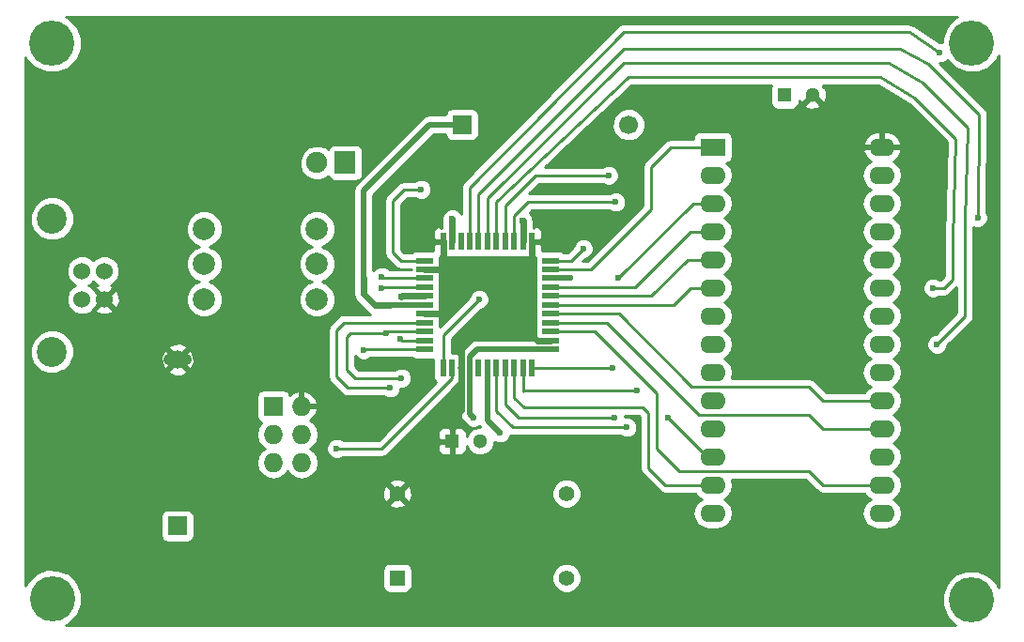
<source format=gbr>
G04 #@! TF.FileFunction,Copper,L1,Top,Signal*
%FSLAX46Y46*%
G04 Gerber Fmt 4.6, Leading zero omitted, Abs format (unit mm)*
G04 Created by KiCad (PCBNEW (2015-07-24 BZR 5991)-product) date Tuesday, July 28, 2015 'PMt' 09:28:55 PM*
%MOMM*%
G01*
G04 APERTURE LIST*
%ADD10C,0.100000*%
%ADD11C,4.064000*%
%ADD12R,1.900000X2.000000*%
%ADD13C,1.900000*%
%ADD14R,1.727200X1.727200*%
%ADD15O,1.727200X1.727200*%
%ADD16R,1.500000X0.550000*%
%ADD17R,0.550000X1.500000*%
%ADD18R,2.286000X1.574800*%
%ADD19O,2.286000X1.574800*%
%ADD20R,1.700000X1.700000*%
%ADD21C,1.700000*%
%ADD22R,1.300000X1.300000*%
%ADD23C,1.300000*%
%ADD24C,1.998980*%
%ADD25R,1.397000X1.397000*%
%ADD26C,1.397000*%
%ADD27C,1.524000*%
%ADD28C,2.700020*%
%ADD29C,0.600000*%
%ADD30C,0.500000*%
%ADD31C,0.600000*%
%ADD32C,1.000000*%
%ADD33C,0.250000*%
%ADD34C,0.254000*%
G04 APERTURE END LIST*
D10*
D11*
X109575600Y-81026000D03*
X192481200Y-81026000D03*
X192481200Y-131267200D03*
D12*
X136017000Y-91821000D03*
D13*
X133477000Y-91821000D03*
D14*
X129540000Y-113792000D03*
D15*
X132080000Y-113792000D03*
X129540000Y-116332000D03*
X132080000Y-116332000D03*
X129540000Y-118872000D03*
X132080000Y-118872000D03*
D16*
X143144000Y-100648000D03*
X143144000Y-101448000D03*
X143144000Y-102248000D03*
X143144000Y-103048000D03*
X143144000Y-103848000D03*
X143144000Y-104648000D03*
X143144000Y-105448000D03*
X143144000Y-106248000D03*
X143144000Y-107048000D03*
X143144000Y-107848000D03*
X143144000Y-108648000D03*
D17*
X144844000Y-110348000D03*
X145644000Y-110348000D03*
X146444000Y-110348000D03*
X147244000Y-110348000D03*
X148044000Y-110348000D03*
X148844000Y-110348000D03*
X149644000Y-110348000D03*
X150444000Y-110348000D03*
X151244000Y-110348000D03*
X152044000Y-110348000D03*
X152844000Y-110348000D03*
D16*
X154544000Y-108648000D03*
X154544000Y-107848000D03*
X154544000Y-107048000D03*
X154544000Y-106248000D03*
X154544000Y-105448000D03*
X154544000Y-104648000D03*
X154544000Y-103848000D03*
X154544000Y-103048000D03*
X154544000Y-102248000D03*
X154544000Y-101448000D03*
X154544000Y-100648000D03*
D17*
X152844000Y-98948000D03*
X152044000Y-98948000D03*
X151244000Y-98948000D03*
X150444000Y-98948000D03*
X149644000Y-98948000D03*
X148844000Y-98948000D03*
X148044000Y-98948000D03*
X147244000Y-98948000D03*
X146444000Y-98948000D03*
X145644000Y-98948000D03*
X144844000Y-98948000D03*
D18*
X169164000Y-90424000D03*
D19*
X169164000Y-92964000D03*
X169164000Y-95504000D03*
X169164000Y-98044000D03*
X169164000Y-100584000D03*
X169164000Y-103124000D03*
X169164000Y-105664000D03*
X169164000Y-108204000D03*
X169164000Y-110744000D03*
X169164000Y-113284000D03*
X169164000Y-115824000D03*
X169164000Y-118364000D03*
X169164000Y-120904000D03*
X169164000Y-123444000D03*
X184404000Y-123444000D03*
X184404000Y-120904000D03*
X184404000Y-118364000D03*
X184404000Y-115824000D03*
X184404000Y-113284000D03*
X184404000Y-110744000D03*
X184404000Y-108204000D03*
X184404000Y-105664000D03*
X184404000Y-103124000D03*
X184404000Y-100584000D03*
X184404000Y-98044000D03*
X184404000Y-95504000D03*
X184404000Y-92964000D03*
X184404000Y-90424000D03*
D20*
X120904000Y-124587000D03*
D21*
X120904000Y-109587000D03*
D20*
X146558000Y-88392000D03*
D21*
X161558000Y-88392000D03*
D22*
X145669000Y-116967000D03*
D23*
X148169000Y-116967000D03*
D22*
X175641000Y-85725000D03*
D23*
X178141000Y-85725000D03*
D24*
X133477000Y-104140000D03*
X123317000Y-104140000D03*
X133477000Y-100965000D03*
X123317000Y-100965000D03*
X123317000Y-97790000D03*
X133477000Y-97790000D03*
D25*
X140716000Y-129286000D03*
D26*
X155956000Y-129286000D03*
X155956000Y-121666000D03*
X140716000Y-121666000D03*
D11*
X109626400Y-131165600D03*
D27*
X114300000Y-101600000D03*
X114300000Y-104140000D03*
X112301020Y-104140000D03*
X112301020Y-101600000D03*
D28*
X109601000Y-96870520D03*
X109601000Y-108869480D03*
D29*
X147574000Y-114808000D03*
X141097000Y-103886000D03*
X152019000Y-97028000D03*
X145669000Y-96901000D03*
X156337000Y-102235000D03*
X137668000Y-108712000D03*
X141097000Y-111252000D03*
X139700000Y-107188000D03*
X140970000Y-107696000D03*
X135255000Y-117602000D03*
X139319000Y-103124000D03*
X139319000Y-102108000D03*
X142875000Y-94234000D03*
X140081000Y-112141000D03*
X160655000Y-102235000D03*
X148082000Y-104140000D03*
X149987000Y-116205000D03*
X161417000Y-115697000D03*
X165100000Y-114808000D03*
X160274000Y-114808000D03*
X162306000Y-112395000D03*
X160147000Y-110363000D03*
X157480000Y-99568000D03*
X160401000Y-95377000D03*
X159766000Y-92964000D03*
X188976000Y-103124000D03*
X189357000Y-108204000D03*
X193040000Y-96774000D03*
X189611000Y-81915000D03*
D30*
X147244000Y-110348000D02*
X147244000Y-109296000D01*
X147892000Y-108648000D02*
X154544000Y-108648000D01*
X147244000Y-109296000D02*
X147892000Y-108648000D01*
X147244000Y-110348000D02*
X147244000Y-114478000D01*
X147244000Y-114478000D02*
X147574000Y-114808000D01*
D31*
X143144000Y-103848000D02*
X141135000Y-103848000D01*
X141135000Y-103848000D02*
X141097000Y-103886000D01*
X152044000Y-98948000D02*
X152044000Y-97053000D01*
X152044000Y-97053000D02*
X152019000Y-97028000D01*
X145644000Y-98948000D02*
X145644000Y-96926000D01*
X145644000Y-96926000D02*
X145669000Y-96901000D01*
X154544000Y-107848000D02*
X153314000Y-107848000D01*
X153314000Y-107848000D02*
X152781000Y-107315000D01*
X146444000Y-109093000D02*
X146444000Y-107937000D01*
X146444000Y-107937000D02*
X146939000Y-107442000D01*
X143144000Y-105448000D02*
X144869000Y-105448000D01*
X144869000Y-105448000D02*
X145288000Y-105029000D01*
X152844000Y-98948000D02*
X152844000Y-100775000D01*
X152844000Y-100775000D02*
X152146000Y-101473000D01*
X144844000Y-98948000D02*
X144844000Y-100521000D01*
X144844000Y-100521000D02*
X145771000Y-101448000D01*
X143144000Y-101448000D02*
X145771000Y-101448000D01*
X145771000Y-101448000D02*
X145796000Y-101473000D01*
X146444000Y-110348000D02*
X146444000Y-109093000D01*
X146444000Y-109093000D02*
X146444000Y-108953000D01*
X146444000Y-110348000D02*
X146444000Y-114160000D01*
X146444000Y-114160000D02*
X146431000Y-114173000D01*
D30*
X146431000Y-110361000D02*
X146444000Y-110348000D01*
D32*
X120139000Y-109598000D02*
X121666000Y-109598000D01*
X114300000Y-104140000D02*
X114554000Y-104140000D01*
D31*
X140081000Y-104648000D02*
X138684000Y-104648000D01*
D30*
X137668000Y-102235000D02*
X137668000Y-94361000D01*
X137668000Y-94361000D02*
X143637000Y-88392000D01*
X146558000Y-88392000D02*
X143637000Y-88392000D01*
X140081000Y-104648000D02*
X143144000Y-104648000D01*
D31*
X137668000Y-103632000D02*
X137668000Y-102235000D01*
X138684000Y-104648000D02*
X137668000Y-103632000D01*
D30*
X154544000Y-102248000D02*
X156324000Y-102248000D01*
X156324000Y-102248000D02*
X156337000Y-102235000D01*
D33*
X137732000Y-108648000D02*
X143144000Y-108648000D01*
X137668000Y-108712000D02*
X137732000Y-108648000D01*
X136525000Y-107188000D02*
X139700000Y-107188000D01*
X136144000Y-107569000D02*
X136525000Y-107188000D01*
X136144000Y-110490000D02*
X136144000Y-107569000D01*
X136906000Y-111252000D02*
X136144000Y-110490000D01*
X141097000Y-111252000D02*
X136906000Y-111252000D01*
X139700000Y-107188000D02*
X139840000Y-107048000D01*
X139840000Y-107048000D02*
X143144000Y-107048000D01*
X141122000Y-107848000D02*
X143144000Y-107848000D01*
X140970000Y-107696000D02*
X141122000Y-107848000D01*
X145644000Y-110348000D02*
X145644000Y-111277000D01*
X139319000Y-117602000D02*
X135255000Y-117602000D01*
X145644000Y-111277000D02*
X139319000Y-117602000D01*
X139319000Y-103124000D02*
X139395000Y-103048000D01*
X139395000Y-103048000D02*
X143144000Y-103048000D01*
X139319000Y-102108000D02*
X139459000Y-102248000D01*
X139459000Y-102248000D02*
X143144000Y-102248000D01*
X142875000Y-94234000D02*
X141351000Y-94234000D01*
X141034000Y-100648000D02*
X140335000Y-99949000D01*
X140335000Y-99949000D02*
X140335000Y-95250000D01*
X141034000Y-100648000D02*
X143144000Y-100648000D01*
X141351000Y-94234000D02*
X140335000Y-95250000D01*
X135941000Y-106248000D02*
X143144000Y-106248000D01*
X135255000Y-106934000D02*
X135941000Y-106248000D01*
X135255000Y-111125000D02*
X135255000Y-106934000D01*
X136271000Y-112141000D02*
X135255000Y-111125000D01*
X140081000Y-112141000D02*
X136271000Y-112141000D01*
X144844000Y-110348000D02*
X144844000Y-107378000D01*
X160655000Y-102235000D02*
X167386000Y-95504000D01*
X167386000Y-95504000D02*
X169164000Y-95504000D01*
X144844000Y-107378000D02*
X148082000Y-104140000D01*
D30*
X148844000Y-110348000D02*
X148844000Y-115062000D01*
X148844000Y-115062000D02*
X149987000Y-116205000D01*
D33*
X149644000Y-110348000D02*
X149644000Y-114211000D01*
X151130000Y-115697000D02*
X161417000Y-115697000D01*
X149644000Y-114211000D02*
X151130000Y-115697000D01*
X150444000Y-110348000D02*
X150444000Y-113614000D01*
X165100000Y-114808000D02*
X168656000Y-118364000D01*
X151638000Y-114808000D02*
X160274000Y-114808000D01*
X150444000Y-113614000D02*
X151638000Y-114808000D01*
X168656000Y-118364000D02*
X169164000Y-118364000D01*
X151244000Y-110348000D02*
X151244000Y-113017000D01*
X164846000Y-120904000D02*
X169164000Y-120904000D01*
X163322000Y-119380000D02*
X164846000Y-120904000D01*
X163322000Y-114427000D02*
X163322000Y-119380000D01*
X162814000Y-113919000D02*
X163322000Y-114427000D01*
X152146000Y-113919000D02*
X162814000Y-113919000D01*
X151244000Y-113017000D02*
X152146000Y-113919000D01*
X152044000Y-110348000D02*
X152044000Y-112420000D01*
X152069000Y-112395000D02*
X162306000Y-112395000D01*
X152044000Y-112420000D02*
X152069000Y-112395000D01*
X152844000Y-110348000D02*
X160132000Y-110348000D01*
X160132000Y-110348000D02*
X160147000Y-110363000D01*
X164084000Y-117602000D02*
X166116000Y-119634000D01*
X164084000Y-112649000D02*
X164084000Y-117602000D01*
X154544000Y-107048000D02*
X158483000Y-107048000D01*
X179070000Y-120904000D02*
X184404000Y-120904000D01*
X177800000Y-119634000D02*
X179070000Y-120904000D01*
X166116000Y-119634000D02*
X177800000Y-119634000D01*
X158483000Y-107048000D02*
X164084000Y-112649000D01*
X154544000Y-106248000D02*
X159588000Y-106248000D01*
X179070000Y-115824000D02*
X184404000Y-115824000D01*
X177800000Y-114554000D02*
X179070000Y-115824000D01*
X167894000Y-114554000D02*
X177800000Y-114554000D01*
X159588000Y-106248000D02*
X167894000Y-114554000D01*
X154544000Y-105448000D02*
X160693000Y-105448000D01*
X179070000Y-113284000D02*
X184404000Y-113284000D01*
X177800000Y-112014000D02*
X179070000Y-113284000D01*
X167259000Y-112014000D02*
X177800000Y-112014000D01*
X160693000Y-105448000D02*
X167259000Y-112014000D01*
X154544000Y-104648000D02*
X165608000Y-104648000D01*
X167132000Y-103124000D02*
X169164000Y-103124000D01*
X165608000Y-104648000D02*
X167132000Y-103124000D01*
X154544000Y-103848000D02*
X163614000Y-103848000D01*
X166878000Y-100584000D02*
X169164000Y-100584000D01*
X163614000Y-103848000D02*
X166878000Y-100584000D01*
X154544000Y-103048000D02*
X162128000Y-103048000D01*
X167132000Y-98044000D02*
X169164000Y-98044000D01*
X162128000Y-103048000D02*
X167132000Y-98044000D01*
X154544000Y-101448000D02*
X158140000Y-101448000D01*
X165354000Y-90424000D02*
X169164000Y-90424000D01*
X163576000Y-92202000D02*
X165354000Y-90424000D01*
X163576000Y-96012000D02*
X163576000Y-92202000D01*
X158140000Y-101448000D02*
X163576000Y-96012000D01*
X154544000Y-100648000D02*
X156400000Y-100648000D01*
X156400000Y-100648000D02*
X157480000Y-99568000D01*
X151244000Y-96660000D02*
X152527000Y-95377000D01*
X152527000Y-95377000D02*
X160401000Y-95377000D01*
X151244000Y-98948000D02*
X151244000Y-96660000D01*
X150444000Y-98948000D02*
X150444000Y-95682000D01*
X153162000Y-92964000D02*
X159766000Y-92964000D01*
X150444000Y-95682000D02*
X153162000Y-92964000D01*
X189992000Y-103124000D02*
X188976000Y-103124000D01*
X190754000Y-98806000D02*
X190754000Y-102362000D01*
X190754000Y-102362000D02*
X189992000Y-103124000D01*
X184277000Y-84074000D02*
X187325000Y-85979000D01*
X149644000Y-95339000D02*
X161544000Y-84074000D01*
X161544000Y-84074000D02*
X184277000Y-84074000D01*
X149644000Y-98948000D02*
X149644000Y-95339000D01*
X191008000Y-89662000D02*
X190754000Y-98806000D01*
X187325000Y-85979000D02*
X191008000Y-89662000D01*
X190754000Y-98552000D02*
X190754000Y-98806000D01*
X191897000Y-105664000D02*
X189357000Y-108204000D01*
X191897000Y-97028000D02*
X191897000Y-105664000D01*
X185039000Y-82804000D02*
X188087000Y-84582000D01*
X192151000Y-88646000D02*
X191897000Y-97028000D01*
X188087000Y-84582000D02*
X192151000Y-88646000D01*
X148844000Y-98948000D02*
X148844000Y-94996000D01*
X191897000Y-96901000D02*
X191897000Y-97028000D01*
X161163000Y-82804000D02*
X185039000Y-82804000D01*
X148844000Y-94996000D02*
X161163000Y-82804000D01*
X148044000Y-94653000D02*
X161163000Y-81534000D01*
X161163000Y-81534000D02*
X186055000Y-81534000D01*
X148044000Y-98948000D02*
X148044000Y-94653000D01*
X188595000Y-82931000D02*
X186055000Y-81534000D01*
X193167000Y-87503000D02*
X188595000Y-82931000D01*
X193040000Y-96774000D02*
X193167000Y-87503000D01*
X147244000Y-94056000D02*
X161163000Y-80010000D01*
X161163000Y-80010000D02*
X186872393Y-80064296D01*
X147244000Y-94056000D02*
X147244000Y-98948000D01*
X189611000Y-81915000D02*
X186872393Y-80064296D01*
D34*
G36*
X190972439Y-78763709D02*
X190221545Y-79513293D01*
X189814664Y-80493173D01*
X189814233Y-80986986D01*
X189797799Y-80980162D01*
X189584725Y-80979976D01*
X187297931Y-79434600D01*
X187227840Y-79405136D01*
X187164714Y-79362764D01*
X187092485Y-79348238D01*
X187024565Y-79319687D01*
X186948537Y-79319289D01*
X186873998Y-79304298D01*
X161164605Y-79250002D01*
X161162078Y-79250499D01*
X161159549Y-79250008D01*
X161016698Y-79279098D01*
X160873645Y-79307239D01*
X160871500Y-79308666D01*
X160868975Y-79309180D01*
X160748129Y-79390723D01*
X160626735Y-79471465D01*
X160625299Y-79473604D01*
X160623164Y-79475045D01*
X146704164Y-93521045D01*
X146623287Y-93643285D01*
X146541852Y-93765161D01*
X146541509Y-93766886D01*
X146540539Y-93768352D01*
X146512607Y-93912185D01*
X146484000Y-94056000D01*
X146484000Y-96425018D01*
X146462117Y-96372057D01*
X146199327Y-96108808D01*
X145855799Y-95966162D01*
X145483833Y-95965838D01*
X145140057Y-96107883D01*
X144876808Y-96370673D01*
X144818789Y-96510398D01*
X144780173Y-96568191D01*
X144766732Y-96635765D01*
X144734162Y-96714201D01*
X144734087Y-96799878D01*
X144709000Y-96926000D01*
X144709000Y-97713750D01*
X144558250Y-97563000D01*
X144442690Y-97563000D01*
X144209301Y-97659673D01*
X144030673Y-97838302D01*
X143934000Y-98071691D01*
X143934000Y-98662250D01*
X144092750Y-98821000D01*
X144709000Y-98821000D01*
X144709000Y-98948000D01*
X144721560Y-99011143D01*
X144721560Y-99698000D01*
X144768537Y-99940123D01*
X144908327Y-100152927D01*
X145035563Y-100238813D01*
X145129750Y-100333000D01*
X145245310Y-100333000D01*
X145265424Y-100324669D01*
X145369000Y-100345440D01*
X145919000Y-100345440D01*
X146046065Y-100320787D01*
X146169000Y-100345440D01*
X146719000Y-100345440D01*
X146846065Y-100320787D01*
X146969000Y-100345440D01*
X147519000Y-100345440D01*
X147646065Y-100320787D01*
X147769000Y-100345440D01*
X148319000Y-100345440D01*
X148446065Y-100320787D01*
X148569000Y-100345440D01*
X149119000Y-100345440D01*
X149246065Y-100320787D01*
X149369000Y-100345440D01*
X149919000Y-100345440D01*
X150046065Y-100320787D01*
X150169000Y-100345440D01*
X150719000Y-100345440D01*
X150846065Y-100320787D01*
X150969000Y-100345440D01*
X151519000Y-100345440D01*
X151646065Y-100320787D01*
X151769000Y-100345440D01*
X152319000Y-100345440D01*
X152423687Y-100325129D01*
X152442690Y-100333000D01*
X152558250Y-100333000D01*
X152653410Y-100237840D01*
X152773927Y-100158673D01*
X152916377Y-99947640D01*
X152966440Y-99698000D01*
X152966440Y-99011143D01*
X152979000Y-98948000D01*
X152979000Y-98821000D01*
X153595250Y-98821000D01*
X153754000Y-98662250D01*
X153754000Y-98071691D01*
X153657327Y-97838302D01*
X153478699Y-97659673D01*
X153245310Y-97563000D01*
X153129750Y-97563000D01*
X152979000Y-97713750D01*
X152979000Y-97053000D01*
X152954088Y-96927760D01*
X152954162Y-96842833D01*
X152921444Y-96763650D01*
X152907827Y-96695191D01*
X152869387Y-96637661D01*
X152812117Y-96499057D01*
X152705232Y-96391986D01*
X152705145Y-96391855D01*
X152680436Y-96367146D01*
X152646076Y-96332726D01*
X152841802Y-96137000D01*
X159838537Y-96137000D01*
X159870673Y-96169192D01*
X160214201Y-96311838D01*
X160586167Y-96312162D01*
X160929943Y-96170117D01*
X161193192Y-95907327D01*
X161335838Y-95563799D01*
X161336162Y-95191833D01*
X161194117Y-94848057D01*
X160931327Y-94584808D01*
X160587799Y-94442162D01*
X160215833Y-94441838D01*
X159872057Y-94583883D01*
X159838882Y-94617000D01*
X152583802Y-94617000D01*
X153476802Y-93724000D01*
X159203537Y-93724000D01*
X159235673Y-93756192D01*
X159579201Y-93898838D01*
X159951167Y-93899162D01*
X160294943Y-93757117D01*
X160558192Y-93494327D01*
X160700838Y-93150799D01*
X160701162Y-92778833D01*
X160559117Y-92435057D01*
X160296327Y-92171808D01*
X159952799Y-92029162D01*
X159580833Y-92028838D01*
X159237057Y-92170883D01*
X159203882Y-92204000D01*
X154061228Y-92204000D01*
X157777441Y-88686089D01*
X160072743Y-88686089D01*
X160298344Y-89232086D01*
X160715717Y-89650188D01*
X161261319Y-89876742D01*
X161852089Y-89877257D01*
X162398086Y-89651656D01*
X162816188Y-89234283D01*
X163042742Y-88688681D01*
X163043257Y-88097911D01*
X162817656Y-87551914D01*
X162400283Y-87133812D01*
X161854681Y-86907258D01*
X161263911Y-86906743D01*
X160717914Y-87132344D01*
X160299812Y-87549717D01*
X160073258Y-88095319D01*
X160072743Y-88686089D01*
X157777441Y-88686089D01*
X161846670Y-84834000D01*
X174391890Y-84834000D01*
X174343560Y-85075000D01*
X174343560Y-86375000D01*
X174390537Y-86617123D01*
X174530327Y-86829927D01*
X174741360Y-86972377D01*
X174991000Y-87022440D01*
X176291000Y-87022440D01*
X176533123Y-86975463D01*
X176745927Y-86835673D01*
X176888377Y-86624640D01*
X176888502Y-86624016D01*
X177421590Y-86624016D01*
X177477271Y-86854611D01*
X177960078Y-87022622D01*
X178470428Y-86993083D01*
X178804729Y-86854611D01*
X178860410Y-86624016D01*
X178141000Y-85904605D01*
X177421590Y-86624016D01*
X176888502Y-86624016D01*
X176938440Y-86375000D01*
X176938440Y-86212615D01*
X177011389Y-86388729D01*
X177241984Y-86444410D01*
X177961395Y-85725000D01*
X177947252Y-85710858D01*
X178126858Y-85531252D01*
X178141000Y-85545395D01*
X178155142Y-85531252D01*
X178334748Y-85710858D01*
X178320605Y-85725000D01*
X179040016Y-86444410D01*
X179270611Y-86388729D01*
X179438622Y-85905922D01*
X179409083Y-85395572D01*
X179270611Y-85061271D01*
X179040018Y-85005590D01*
X179155478Y-84890130D01*
X179099348Y-84834000D01*
X184059035Y-84834000D01*
X186848804Y-86577606D01*
X190239207Y-89968009D01*
X190001860Y-98512486D01*
X189994000Y-98552000D01*
X189994000Y-102047198D01*
X189677198Y-102364000D01*
X189538463Y-102364000D01*
X189506327Y-102331808D01*
X189162799Y-102189162D01*
X188790833Y-102188838D01*
X188447057Y-102330883D01*
X188183808Y-102593673D01*
X188041162Y-102937201D01*
X188040838Y-103309167D01*
X188182883Y-103652943D01*
X188445673Y-103916192D01*
X188789201Y-104058838D01*
X189161167Y-104059162D01*
X189504943Y-103917117D01*
X189538118Y-103884000D01*
X189992000Y-103884000D01*
X190282839Y-103826148D01*
X190529401Y-103661401D01*
X191137000Y-103053802D01*
X191137000Y-105349198D01*
X189217320Y-107268878D01*
X189171833Y-107268838D01*
X188828057Y-107410883D01*
X188564808Y-107673673D01*
X188422162Y-108017201D01*
X188421838Y-108389167D01*
X188563883Y-108732943D01*
X188826673Y-108996192D01*
X189170201Y-109138838D01*
X189542167Y-109139162D01*
X189885943Y-108997117D01*
X190149192Y-108734327D01*
X190291838Y-108390799D01*
X190291879Y-108343923D01*
X192434401Y-106201401D01*
X192599148Y-105954840D01*
X192642113Y-105738839D01*
X192657000Y-105664000D01*
X192657000Y-97627368D01*
X192853201Y-97708838D01*
X193225167Y-97709162D01*
X193568943Y-97567117D01*
X193832192Y-97304327D01*
X193974838Y-96960799D01*
X193975162Y-96588833D01*
X193833117Y-96245057D01*
X193807667Y-96219562D01*
X193926929Y-87513410D01*
X193925966Y-87508195D01*
X193926999Y-87503000D01*
X193899078Y-87362630D01*
X193873066Y-87221806D01*
X193870182Y-87217359D01*
X193869148Y-87212160D01*
X193789613Y-87093128D01*
X193711712Y-86973010D01*
X193707345Y-86970005D01*
X193704401Y-86965599D01*
X189588783Y-82849981D01*
X189796167Y-82850162D01*
X190139943Y-82708117D01*
X190266173Y-82582107D01*
X190968493Y-83285655D01*
X191948373Y-83692536D01*
X193009372Y-83693462D01*
X193989961Y-83288291D01*
X194740855Y-82538707D01*
X194895000Y-82167484D01*
X194895000Y-130125119D01*
X194743491Y-129758439D01*
X193993907Y-129007545D01*
X193014027Y-128600664D01*
X191953028Y-128599738D01*
X190972439Y-129004909D01*
X190221545Y-129754493D01*
X189814664Y-130734373D01*
X189813738Y-131795372D01*
X190218909Y-132775961D01*
X190968493Y-133526855D01*
X191033866Y-133554000D01*
X110829954Y-133554000D01*
X111135161Y-133427891D01*
X111886055Y-132678307D01*
X112292936Y-131698427D01*
X112293862Y-130637428D01*
X111888691Y-129656839D01*
X111139107Y-128905945D01*
X110372205Y-128587500D01*
X139370060Y-128587500D01*
X139370060Y-129984500D01*
X139417037Y-130226623D01*
X139556827Y-130439427D01*
X139767860Y-130581877D01*
X140017500Y-130631940D01*
X141414500Y-130631940D01*
X141656623Y-130584963D01*
X141869427Y-130445173D01*
X142011877Y-130234140D01*
X142061940Y-129984500D01*
X142061940Y-129550086D01*
X154622269Y-129550086D01*
X154824854Y-130040380D01*
X155199647Y-130415827D01*
X155689587Y-130619268D01*
X156220086Y-130619731D01*
X156710380Y-130417146D01*
X157085827Y-130042353D01*
X157289268Y-129552413D01*
X157289731Y-129021914D01*
X157087146Y-128531620D01*
X156712353Y-128156173D01*
X156222413Y-127952732D01*
X155691914Y-127952269D01*
X155201620Y-128154854D01*
X154826173Y-128529647D01*
X154622732Y-129019587D01*
X154622269Y-129550086D01*
X142061940Y-129550086D01*
X142061940Y-128587500D01*
X142014963Y-128345377D01*
X141875173Y-128132573D01*
X141664140Y-127990123D01*
X141414500Y-127940060D01*
X140017500Y-127940060D01*
X139775377Y-127987037D01*
X139562573Y-128126827D01*
X139420123Y-128337860D01*
X139370060Y-128587500D01*
X110372205Y-128587500D01*
X110159227Y-128499064D01*
X109098228Y-128498138D01*
X108117639Y-128903309D01*
X107366745Y-129652893D01*
X107238000Y-129962946D01*
X107238000Y-123737000D01*
X119406560Y-123737000D01*
X119406560Y-125437000D01*
X119453537Y-125679123D01*
X119593327Y-125891927D01*
X119804360Y-126034377D01*
X120054000Y-126084440D01*
X121754000Y-126084440D01*
X121996123Y-126037463D01*
X122208927Y-125897673D01*
X122351377Y-125686640D01*
X122401440Y-125437000D01*
X122401440Y-123737000D01*
X122354463Y-123494877D01*
X122214673Y-123282073D01*
X122003640Y-123139623D01*
X121754000Y-123089560D01*
X120054000Y-123089560D01*
X119811877Y-123136537D01*
X119599073Y-123276327D01*
X119456623Y-123487360D01*
X119406560Y-123737000D01*
X107238000Y-123737000D01*
X107238000Y-122600188D01*
X139961417Y-122600188D01*
X140023071Y-122835800D01*
X140523480Y-123011927D01*
X141053199Y-122983148D01*
X141408929Y-122835800D01*
X141470583Y-122600188D01*
X140716000Y-121845605D01*
X139961417Y-122600188D01*
X107238000Y-122600188D01*
X107238000Y-121473480D01*
X139370073Y-121473480D01*
X139398852Y-122003199D01*
X139546200Y-122358929D01*
X139781812Y-122420583D01*
X140536395Y-121666000D01*
X140895605Y-121666000D01*
X141650188Y-122420583D01*
X141885800Y-122358929D01*
X142036738Y-121930086D01*
X154622269Y-121930086D01*
X154824854Y-122420380D01*
X155199647Y-122795827D01*
X155689587Y-122999268D01*
X156220086Y-122999731D01*
X156710380Y-122797146D01*
X157085827Y-122422353D01*
X157289268Y-121932413D01*
X157289731Y-121401914D01*
X157087146Y-120911620D01*
X156712353Y-120536173D01*
X156222413Y-120332732D01*
X155691914Y-120332269D01*
X155201620Y-120534854D01*
X154826173Y-120909647D01*
X154622732Y-121399587D01*
X154622269Y-121930086D01*
X142036738Y-121930086D01*
X142061927Y-121858520D01*
X142033148Y-121328801D01*
X141885800Y-120973071D01*
X141650188Y-120911417D01*
X140895605Y-121666000D01*
X140536395Y-121666000D01*
X140536395Y-121666000D01*
X139781812Y-120911417D01*
X139546200Y-120973071D01*
X139370073Y-121473480D01*
X107238000Y-121473480D01*
X107238000Y-120731812D01*
X139961417Y-120731812D01*
X140716000Y-121486395D01*
X141470583Y-120731812D01*
X141408929Y-120496200D01*
X140908520Y-120320073D01*
X140378801Y-120348852D01*
X140023071Y-120496200D01*
X139961417Y-120731812D01*
X107238000Y-120731812D01*
X107238000Y-116332000D01*
X128012041Y-116332000D01*
X128126115Y-116905489D01*
X128450971Y-117391670D01*
X128765752Y-117602000D01*
X128450971Y-117812330D01*
X128126115Y-118298511D01*
X128012041Y-118872000D01*
X128126115Y-119445489D01*
X128450971Y-119931670D01*
X128937152Y-120256526D01*
X129510641Y-120370600D01*
X129569359Y-120370600D01*
X130142848Y-120256526D01*
X130629029Y-119931670D01*
X130810000Y-119660828D01*
X130990971Y-119931670D01*
X131477152Y-120256526D01*
X132050641Y-120370600D01*
X132109359Y-120370600D01*
X132682848Y-120256526D01*
X133169029Y-119931670D01*
X133493885Y-119445489D01*
X133607959Y-118872000D01*
X133493885Y-118298511D01*
X133169029Y-117812330D01*
X133131370Y-117787167D01*
X134319838Y-117787167D01*
X134461883Y-118130943D01*
X134724673Y-118394192D01*
X135068201Y-118536838D01*
X135440167Y-118537162D01*
X135783943Y-118395117D01*
X135817118Y-118362000D01*
X139319000Y-118362000D01*
X139609839Y-118304148D01*
X139856401Y-118139401D01*
X140743052Y-117252750D01*
X144384000Y-117252750D01*
X144384000Y-117743310D01*
X144480673Y-117976699D01*
X144659302Y-118155327D01*
X144892691Y-118252000D01*
X145383250Y-118252000D01*
X145542000Y-118093250D01*
X145542000Y-117094000D01*
X144542750Y-117094000D01*
X144384000Y-117252750D01*
X140743052Y-117252750D01*
X141805112Y-116190690D01*
X144384000Y-116190690D01*
X144384000Y-116681250D01*
X144542750Y-116840000D01*
X145542000Y-116840000D01*
X145542000Y-115840750D01*
X145383250Y-115682000D01*
X144892691Y-115682000D01*
X144659302Y-115778673D01*
X144480673Y-115957301D01*
X144384000Y-116190690D01*
X141805112Y-116190690D01*
X146181401Y-111814401D01*
X146316998Y-111611466D01*
X146316998Y-111733000D01*
X146359000Y-111733000D01*
X146359000Y-114477995D01*
X146358999Y-114478000D01*
X146404432Y-114706400D01*
X146426367Y-114816675D01*
X146590287Y-115062000D01*
X146618210Y-115103790D01*
X146731256Y-115216835D01*
X146780883Y-115336943D01*
X147043673Y-115600192D01*
X147387201Y-115742838D01*
X147759167Y-115743162D01*
X148102943Y-115601117D01*
X148137348Y-115566771D01*
X148145660Y-115579210D01*
X148214367Y-115682039D01*
X147914519Y-115681777D01*
X147442057Y-115876995D01*
X147080265Y-116238155D01*
X146954000Y-116542235D01*
X146954000Y-116190690D01*
X146857327Y-115957301D01*
X146678698Y-115778673D01*
X146445309Y-115682000D01*
X145954750Y-115682000D01*
X145796000Y-115840750D01*
X145796000Y-116840000D01*
X145816000Y-116840000D01*
X145816000Y-117094000D01*
X145796000Y-117094000D01*
X145796000Y-118093250D01*
X145954750Y-118252000D01*
X146445309Y-118252000D01*
X146678698Y-118155327D01*
X146857327Y-117976699D01*
X146954000Y-117743310D01*
X146954000Y-117391433D01*
X147078995Y-117693943D01*
X147440155Y-118055735D01*
X147912276Y-118251777D01*
X148423481Y-118252223D01*
X148895943Y-118057005D01*
X149257735Y-117695845D01*
X149453777Y-117223724D01*
X149453977Y-116994491D01*
X149456673Y-116997192D01*
X149800201Y-117139838D01*
X150172167Y-117140162D01*
X150515943Y-116998117D01*
X150779192Y-116735327D01*
X150912711Y-116413778D01*
X151130000Y-116457000D01*
X160854537Y-116457000D01*
X160886673Y-116489192D01*
X161230201Y-116631838D01*
X161602167Y-116632162D01*
X161945943Y-116490117D01*
X162209192Y-116227327D01*
X162351838Y-115883799D01*
X162352162Y-115511833D01*
X162210117Y-115168057D01*
X161947327Y-114904808D01*
X161603799Y-114762162D01*
X161231833Y-114761838D01*
X161209033Y-114771259D01*
X161209113Y-114679000D01*
X162499198Y-114679000D01*
X162562000Y-114741802D01*
X162562000Y-119380000D01*
X162619852Y-119670839D01*
X162784599Y-119917401D01*
X164308599Y-121441401D01*
X164555160Y-121606148D01*
X164603414Y-121615746D01*
X164846000Y-121664000D01*
X167603547Y-121664000D01*
X167767778Y-121909789D01*
X168163199Y-122174000D01*
X167767778Y-122438211D01*
X167459441Y-122899671D01*
X167351167Y-123444000D01*
X167459441Y-123988329D01*
X167767778Y-124449789D01*
X168229238Y-124758126D01*
X168773567Y-124866400D01*
X169554433Y-124866400D01*
X170098762Y-124758126D01*
X170560222Y-124449789D01*
X170868559Y-123988329D01*
X170976833Y-123444000D01*
X170868559Y-122899671D01*
X170560222Y-122438211D01*
X170164801Y-122174000D01*
X170560222Y-121909789D01*
X170868559Y-121448329D01*
X170976833Y-120904000D01*
X170875387Y-120394000D01*
X177485198Y-120394000D01*
X178532599Y-121441401D01*
X178779160Y-121606148D01*
X179070000Y-121664000D01*
X182843547Y-121664000D01*
X183007778Y-121909789D01*
X183403199Y-122174000D01*
X183007778Y-122438211D01*
X182699441Y-122899671D01*
X182591167Y-123444000D01*
X182699441Y-123988329D01*
X183007778Y-124449789D01*
X183469238Y-124758126D01*
X184013567Y-124866400D01*
X184794433Y-124866400D01*
X185338762Y-124758126D01*
X185800222Y-124449789D01*
X186108559Y-123988329D01*
X186216833Y-123444000D01*
X186108559Y-122899671D01*
X185800222Y-122438211D01*
X185404801Y-122174000D01*
X185800222Y-121909789D01*
X186108559Y-121448329D01*
X186216833Y-120904000D01*
X186108559Y-120359671D01*
X185800222Y-119898211D01*
X185404801Y-119634000D01*
X185800222Y-119369789D01*
X186108559Y-118908329D01*
X186216833Y-118364000D01*
X186108559Y-117819671D01*
X185800222Y-117358211D01*
X185404801Y-117094000D01*
X185800222Y-116829789D01*
X186108559Y-116368329D01*
X186216833Y-115824000D01*
X186108559Y-115279671D01*
X185800222Y-114818211D01*
X185404801Y-114554000D01*
X185800222Y-114289789D01*
X186108559Y-113828329D01*
X186216833Y-113284000D01*
X186108559Y-112739671D01*
X185800222Y-112278211D01*
X185404801Y-112014000D01*
X185800222Y-111749789D01*
X186108559Y-111288329D01*
X186216833Y-110744000D01*
X186108559Y-110199671D01*
X185800222Y-109738211D01*
X185404801Y-109474000D01*
X185800222Y-109209789D01*
X186108559Y-108748329D01*
X186216833Y-108204000D01*
X186108559Y-107659671D01*
X185800222Y-107198211D01*
X185404801Y-106934000D01*
X185800222Y-106669789D01*
X186108559Y-106208329D01*
X186216833Y-105664000D01*
X186108559Y-105119671D01*
X185800222Y-104658211D01*
X185404801Y-104394000D01*
X185800222Y-104129789D01*
X186108559Y-103668329D01*
X186216833Y-103124000D01*
X186108559Y-102579671D01*
X185800222Y-102118211D01*
X185404801Y-101854000D01*
X185800222Y-101589789D01*
X186108559Y-101128329D01*
X186216833Y-100584000D01*
X186108559Y-100039671D01*
X185800222Y-99578211D01*
X185404801Y-99314000D01*
X185800222Y-99049789D01*
X186108559Y-98588329D01*
X186216833Y-98044000D01*
X186108559Y-97499671D01*
X185800222Y-97038211D01*
X185404801Y-96774000D01*
X185800222Y-96509789D01*
X186108559Y-96048329D01*
X186216833Y-95504000D01*
X186108559Y-94959671D01*
X185800222Y-94498211D01*
X185404801Y-94234000D01*
X185800222Y-93969789D01*
X186108559Y-93508329D01*
X186216833Y-92964000D01*
X186108559Y-92419671D01*
X185800222Y-91958211D01*
X185405170Y-91694246D01*
X185421262Y-91689525D01*
X185855191Y-91339986D01*
X186122327Y-90850996D01*
X186139010Y-90771060D01*
X186016852Y-90551000D01*
X184531000Y-90551000D01*
X184531000Y-90571000D01*
X184277000Y-90571000D01*
X184277000Y-90551000D01*
X182791148Y-90551000D01*
X182668990Y-90771060D01*
X182685673Y-90850996D01*
X182952809Y-91339986D01*
X183386738Y-91689525D01*
X183402830Y-91694246D01*
X183007778Y-91958211D01*
X182699441Y-92419671D01*
X182591167Y-92964000D01*
X182699441Y-93508329D01*
X183007778Y-93969789D01*
X183403199Y-94234000D01*
X183007778Y-94498211D01*
X182699441Y-94959671D01*
X182591167Y-95504000D01*
X182699441Y-96048329D01*
X183007778Y-96509789D01*
X183403199Y-96774000D01*
X183007778Y-97038211D01*
X182699441Y-97499671D01*
X182591167Y-98044000D01*
X182699441Y-98588329D01*
X183007778Y-99049789D01*
X183403199Y-99314000D01*
X183007778Y-99578211D01*
X182699441Y-100039671D01*
X182591167Y-100584000D01*
X182699441Y-101128329D01*
X183007778Y-101589789D01*
X183403199Y-101854000D01*
X183007778Y-102118211D01*
X182699441Y-102579671D01*
X182591167Y-103124000D01*
X182699441Y-103668329D01*
X183007778Y-104129789D01*
X183403199Y-104394000D01*
X183007778Y-104658211D01*
X182699441Y-105119671D01*
X182591167Y-105664000D01*
X182699441Y-106208329D01*
X183007778Y-106669789D01*
X183403199Y-106934000D01*
X183007778Y-107198211D01*
X182699441Y-107659671D01*
X182591167Y-108204000D01*
X182699441Y-108748329D01*
X183007778Y-109209789D01*
X183403199Y-109474000D01*
X183007778Y-109738211D01*
X182699441Y-110199671D01*
X182591167Y-110744000D01*
X182699441Y-111288329D01*
X183007778Y-111749789D01*
X183403199Y-112014000D01*
X183007778Y-112278211D01*
X182843547Y-112524000D01*
X179384802Y-112524000D01*
X178337401Y-111476599D01*
X178090839Y-111311852D01*
X177800000Y-111254000D01*
X170875387Y-111254000D01*
X170976833Y-110744000D01*
X170868559Y-110199671D01*
X170560222Y-109738211D01*
X170164801Y-109474000D01*
X170560222Y-109209789D01*
X170868559Y-108748329D01*
X170976833Y-108204000D01*
X170868559Y-107659671D01*
X170560222Y-107198211D01*
X170164801Y-106934000D01*
X170560222Y-106669789D01*
X170868559Y-106208329D01*
X170976833Y-105664000D01*
X170868559Y-105119671D01*
X170560222Y-104658211D01*
X170164801Y-104394000D01*
X170560222Y-104129789D01*
X170868559Y-103668329D01*
X170976833Y-103124000D01*
X170868559Y-102579671D01*
X170560222Y-102118211D01*
X170164801Y-101854000D01*
X170560222Y-101589789D01*
X170868559Y-101128329D01*
X170976833Y-100584000D01*
X170868559Y-100039671D01*
X170560222Y-99578211D01*
X170164801Y-99314000D01*
X170560222Y-99049789D01*
X170868559Y-98588329D01*
X170976833Y-98044000D01*
X170868559Y-97499671D01*
X170560222Y-97038211D01*
X170164801Y-96774000D01*
X170560222Y-96509789D01*
X170868559Y-96048329D01*
X170976833Y-95504000D01*
X170868559Y-94959671D01*
X170560222Y-94498211D01*
X170164801Y-94234000D01*
X170560222Y-93969789D01*
X170868559Y-93508329D01*
X170976833Y-92964000D01*
X170868559Y-92419671D01*
X170560222Y-91958211D01*
X170387986Y-91843127D01*
X170549123Y-91811863D01*
X170761927Y-91672073D01*
X170904377Y-91461040D01*
X170954440Y-91211400D01*
X170954440Y-90076940D01*
X182668990Y-90076940D01*
X182791148Y-90297000D01*
X184277000Y-90297000D01*
X184277000Y-89001600D01*
X184531000Y-89001600D01*
X184531000Y-90297000D01*
X186016852Y-90297000D01*
X186139010Y-90076940D01*
X186122327Y-89997004D01*
X185855191Y-89508014D01*
X185421262Y-89158475D01*
X184886600Y-89001600D01*
X184531000Y-89001600D01*
X184277000Y-89001600D01*
X184277000Y-89001600D01*
X183921400Y-89001600D01*
X183386738Y-89158475D01*
X182952809Y-89508014D01*
X182685673Y-89997004D01*
X182668990Y-90076940D01*
X170954440Y-90076940D01*
X170954440Y-89636600D01*
X170907463Y-89394477D01*
X170767673Y-89181673D01*
X170556640Y-89039223D01*
X170307000Y-88989160D01*
X168021000Y-88989160D01*
X167778877Y-89036137D01*
X167566073Y-89175927D01*
X167423623Y-89386960D01*
X167373560Y-89636600D01*
X167373560Y-89664000D01*
X165354000Y-89664000D01*
X165063161Y-89721852D01*
X164816599Y-89886599D01*
X163038599Y-91664599D01*
X162873852Y-91911161D01*
X162816000Y-92202000D01*
X162816000Y-95697198D01*
X157825198Y-100688000D01*
X157434802Y-100688000D01*
X157619680Y-100503122D01*
X157665167Y-100503162D01*
X158008943Y-100361117D01*
X158272192Y-100098327D01*
X158414838Y-99754799D01*
X158415162Y-99382833D01*
X158273117Y-99039057D01*
X158010327Y-98775808D01*
X157666799Y-98633162D01*
X157294833Y-98632838D01*
X156951057Y-98774883D01*
X156687808Y-99037673D01*
X156545162Y-99381201D01*
X156545121Y-99428077D01*
X156085198Y-99888000D01*
X155710121Y-99888000D01*
X155543640Y-99775623D01*
X155294000Y-99725560D01*
X153794000Y-99725560D01*
X153754000Y-99733321D01*
X153754000Y-99233750D01*
X153595250Y-99075000D01*
X152971000Y-99075000D01*
X152971000Y-100174250D01*
X153129750Y-100333000D01*
X153154582Y-100333000D01*
X153146560Y-100373000D01*
X153146560Y-100923000D01*
X153171213Y-101050065D01*
X153146560Y-101173000D01*
X153146560Y-101723000D01*
X153171213Y-101850065D01*
X153146560Y-101973000D01*
X153146560Y-102523000D01*
X153171213Y-102650065D01*
X153146560Y-102773000D01*
X153146560Y-103323000D01*
X153171213Y-103450065D01*
X153146560Y-103573000D01*
X153146560Y-104123000D01*
X153171213Y-104250065D01*
X153146560Y-104373000D01*
X153146560Y-104923000D01*
X153171213Y-105050065D01*
X153146560Y-105173000D01*
X153146560Y-105723000D01*
X153171213Y-105850065D01*
X153146560Y-105973000D01*
X153146560Y-106523000D01*
X153171213Y-106650065D01*
X153146560Y-106773000D01*
X153146560Y-107323000D01*
X153166871Y-107427687D01*
X153159000Y-107446690D01*
X153159000Y-107562250D01*
X153254160Y-107657410D01*
X153295931Y-107720998D01*
X153159000Y-107720998D01*
X153159000Y-107763000D01*
X147892000Y-107763000D01*
X147553325Y-107830367D01*
X147266210Y-108022210D01*
X147266208Y-108022213D01*
X146618210Y-108670210D01*
X146426367Y-108957325D01*
X146426367Y-108957326D01*
X146425238Y-108963000D01*
X146316998Y-108963000D01*
X146316998Y-109100767D01*
X146252437Y-109057187D01*
X146158250Y-108963000D01*
X146042690Y-108963000D01*
X146022576Y-108971331D01*
X145919000Y-108950560D01*
X145604000Y-108950560D01*
X145604000Y-107692802D01*
X148221680Y-105075122D01*
X148267167Y-105075162D01*
X148610943Y-104933117D01*
X148874192Y-104670327D01*
X149016838Y-104326799D01*
X149017162Y-103954833D01*
X148875117Y-103611057D01*
X148612327Y-103347808D01*
X148268799Y-103205162D01*
X147896833Y-103204838D01*
X147553057Y-103346883D01*
X147289808Y-103609673D01*
X147147162Y-103953201D01*
X147147121Y-104000077D01*
X144520681Y-106626517D01*
X144541440Y-106523000D01*
X144541440Y-105973000D01*
X144521129Y-105868313D01*
X144529000Y-105849310D01*
X144529000Y-105733750D01*
X144433840Y-105638590D01*
X144354673Y-105518073D01*
X144250931Y-105448046D01*
X144348927Y-105383673D01*
X144434813Y-105256437D01*
X144529000Y-105162250D01*
X144529000Y-105046690D01*
X144520669Y-105026576D01*
X144541440Y-104923000D01*
X144541440Y-104373000D01*
X144516787Y-104245935D01*
X144541440Y-104123000D01*
X144541440Y-103573000D01*
X144516787Y-103445935D01*
X144541440Y-103323000D01*
X144541440Y-102773000D01*
X144516787Y-102645935D01*
X144541440Y-102523000D01*
X144541440Y-101973000D01*
X144521129Y-101868313D01*
X144529000Y-101849310D01*
X144529000Y-101733750D01*
X144433840Y-101638590D01*
X144354673Y-101518073D01*
X144250931Y-101448046D01*
X144348927Y-101383673D01*
X144434813Y-101256437D01*
X144529000Y-101162250D01*
X144529000Y-101046690D01*
X144520669Y-101026576D01*
X144541440Y-100923000D01*
X144541440Y-100373000D01*
X144533679Y-100333000D01*
X144558250Y-100333000D01*
X144717000Y-100174250D01*
X144717000Y-99075000D01*
X144092750Y-99075000D01*
X143934000Y-99233750D01*
X143934000Y-99733582D01*
X143894000Y-99725560D01*
X142394000Y-99725560D01*
X142151877Y-99772537D01*
X141976106Y-99888000D01*
X141348802Y-99888000D01*
X141095000Y-99634198D01*
X141095000Y-95564802D01*
X141665802Y-94994000D01*
X142312537Y-94994000D01*
X142344673Y-95026192D01*
X142688201Y-95168838D01*
X143060167Y-95169162D01*
X143403943Y-95027117D01*
X143667192Y-94764327D01*
X143809838Y-94420799D01*
X143810162Y-94048833D01*
X143668117Y-93705057D01*
X143405327Y-93441808D01*
X143061799Y-93299162D01*
X142689833Y-93298838D01*
X142346057Y-93440883D01*
X142312882Y-93474000D01*
X141351000Y-93474000D01*
X141060161Y-93531852D01*
X140813599Y-93696599D01*
X139797599Y-94712599D01*
X139632852Y-94959161D01*
X139575000Y-95250000D01*
X139575000Y-99949000D01*
X139632852Y-100239839D01*
X139797599Y-100486401D01*
X140496599Y-101185401D01*
X140743160Y-101350148D01*
X141034000Y-101408000D01*
X141977879Y-101408000D01*
X142037069Y-101447954D01*
X141976106Y-101488000D01*
X140021219Y-101488000D01*
X139849327Y-101315808D01*
X139505799Y-101173162D01*
X139133833Y-101172838D01*
X138790057Y-101314883D01*
X138553000Y-101551527D01*
X138553000Y-94727580D01*
X144003579Y-89277000D01*
X145067351Y-89277000D01*
X145107537Y-89484123D01*
X145247327Y-89696927D01*
X145458360Y-89839377D01*
X145708000Y-89889440D01*
X147408000Y-89889440D01*
X147650123Y-89842463D01*
X147862927Y-89702673D01*
X148005377Y-89491640D01*
X148055440Y-89242000D01*
X148055440Y-87542000D01*
X148008463Y-87299877D01*
X147868673Y-87087073D01*
X147657640Y-86944623D01*
X147408000Y-86894560D01*
X145708000Y-86894560D01*
X145465877Y-86941537D01*
X145253073Y-87081327D01*
X145110623Y-87292360D01*
X145067579Y-87507000D01*
X143637005Y-87507000D01*
X143637000Y-87506999D01*
X143354516Y-87563190D01*
X143298325Y-87574367D01*
X143011210Y-87766210D01*
X143011208Y-87766213D01*
X137042210Y-93735210D01*
X136850367Y-94022325D01*
X136850367Y-94022326D01*
X136782999Y-94361000D01*
X136783000Y-94361005D01*
X136783000Y-101983634D01*
X136733000Y-102235000D01*
X136733000Y-103632000D01*
X136804173Y-103989809D01*
X137006855Y-104293145D01*
X138022855Y-105309145D01*
X138290531Y-105488000D01*
X135941000Y-105488000D01*
X135650161Y-105545852D01*
X135403599Y-105710598D01*
X134717599Y-106396599D01*
X134552852Y-106643161D01*
X134495000Y-106934000D01*
X134495000Y-111125000D01*
X134552852Y-111415839D01*
X134717599Y-111662401D01*
X135733599Y-112678401D01*
X135980161Y-112843148D01*
X136271000Y-112901000D01*
X139518537Y-112901000D01*
X139550673Y-112933192D01*
X139894201Y-113075838D01*
X140266167Y-113076162D01*
X140609943Y-112934117D01*
X140873192Y-112671327D01*
X141015838Y-112327799D01*
X141015961Y-112186930D01*
X141282167Y-112187162D01*
X141625943Y-112045117D01*
X141889192Y-111782327D01*
X142031838Y-111438799D01*
X142032162Y-111066833D01*
X141890117Y-110723057D01*
X141627327Y-110459808D01*
X141283799Y-110317162D01*
X140911833Y-110316838D01*
X140568057Y-110458883D01*
X140534882Y-110492000D01*
X137220802Y-110492000D01*
X136904000Y-110175198D01*
X136904000Y-109270111D01*
X137137673Y-109504192D01*
X137481201Y-109646838D01*
X137853167Y-109647162D01*
X138196943Y-109505117D01*
X138294230Y-109408000D01*
X141977879Y-109408000D01*
X142144360Y-109520377D01*
X142394000Y-109570440D01*
X143894000Y-109570440D01*
X143928426Y-109563761D01*
X143921560Y-109598000D01*
X143921560Y-111098000D01*
X143968537Y-111340123D01*
X144108327Y-111552927D01*
X144218740Y-111627458D01*
X139004198Y-116842000D01*
X135817463Y-116842000D01*
X135785327Y-116809808D01*
X135441799Y-116667162D01*
X135069833Y-116666838D01*
X134726057Y-116808883D01*
X134462808Y-117071673D01*
X134320162Y-117415201D01*
X134319838Y-117787167D01*
X133131370Y-117787167D01*
X132854248Y-117602000D01*
X133169029Y-117391670D01*
X133493885Y-116905489D01*
X133607959Y-116332000D01*
X133493885Y-115758511D01*
X133169029Y-115272330D01*
X132845772Y-115056336D01*
X132968490Y-114998821D01*
X133362688Y-114566947D01*
X133534958Y-114151026D01*
X133413817Y-113919000D01*
X132207000Y-113919000D01*
X132207000Y-113939000D01*
X131953000Y-113939000D01*
X131953000Y-113919000D01*
X131933000Y-113919000D01*
X131933000Y-113665000D01*
X131953000Y-113665000D01*
X131953000Y-112457531D01*
X132207000Y-112457531D01*
X132207000Y-113665000D01*
X133413817Y-113665000D01*
X133534958Y-113432974D01*
X133362688Y-113017053D01*
X132968490Y-112585179D01*
X132439027Y-112337032D01*
X132207000Y-112457531D01*
X131953000Y-112457531D01*
X131953000Y-112457531D01*
X131720973Y-112337032D01*
X131191510Y-112585179D01*
X131020746Y-112772264D01*
X131004063Y-112686277D01*
X130864273Y-112473473D01*
X130653240Y-112331023D01*
X130403600Y-112280960D01*
X128676400Y-112280960D01*
X128434277Y-112327937D01*
X128221473Y-112467727D01*
X128079023Y-112678760D01*
X128028960Y-112928400D01*
X128028960Y-114655600D01*
X128075937Y-114897723D01*
X128215727Y-115110527D01*
X128426760Y-115252977D01*
X128467660Y-115261179D01*
X128450971Y-115272330D01*
X128126115Y-115758511D01*
X128012041Y-116332000D01*
X107238000Y-116332000D01*
X107238000Y-109262591D01*
X107615646Y-109262591D01*
X107917209Y-109992429D01*
X108475114Y-110551309D01*
X109204425Y-110854145D01*
X109994111Y-110854834D01*
X110535932Y-110630958D01*
X120039647Y-110630958D01*
X120119920Y-110882259D01*
X120675279Y-111083718D01*
X121265458Y-111057315D01*
X121688080Y-110882259D01*
X121768353Y-110630958D01*
X120904000Y-109766605D01*
X120039647Y-110630958D01*
X110535932Y-110630958D01*
X110723949Y-110553271D01*
X111282829Y-109995366D01*
X111547370Y-109358279D01*
X119407282Y-109358279D01*
X119433685Y-109948458D01*
X119608741Y-110371080D01*
X119860042Y-110451353D01*
X120724395Y-109587000D01*
X121083605Y-109587000D01*
X121947958Y-110451353D01*
X122199259Y-110371080D01*
X122400718Y-109815721D01*
X122374315Y-109225542D01*
X122199259Y-108802920D01*
X121947958Y-108722647D01*
X121083605Y-109587000D01*
X120724395Y-109587000D01*
X120724395Y-109587000D01*
X119860042Y-108722647D01*
X119608741Y-108802920D01*
X119407282Y-109358279D01*
X111547370Y-109358279D01*
X111585665Y-109266055D01*
X111586295Y-108543042D01*
X120039647Y-108543042D01*
X120904000Y-109407395D01*
X121768353Y-108543042D01*
X121688080Y-108291741D01*
X121132721Y-108090282D01*
X120542542Y-108116685D01*
X120119920Y-108291741D01*
X120039647Y-108543042D01*
X111586295Y-108543042D01*
X111586354Y-108476369D01*
X111284791Y-107746531D01*
X110726886Y-107187651D01*
X109997575Y-106884815D01*
X109207889Y-106884126D01*
X108478051Y-107185689D01*
X107919171Y-107743594D01*
X107616335Y-108472905D01*
X107615646Y-109262591D01*
X107238000Y-109262591D01*
X107238000Y-101876661D01*
X110903778Y-101876661D01*
X111116010Y-102390303D01*
X111508650Y-102783629D01*
X111716532Y-102869949D01*
X111510717Y-102954990D01*
X111117391Y-103347630D01*
X110904263Y-103860900D01*
X110903778Y-104416661D01*
X111116010Y-104930303D01*
X111508650Y-105323629D01*
X112021920Y-105536757D01*
X112577681Y-105537242D01*
X113091323Y-105325010D01*
X113296477Y-105120213D01*
X113499392Y-105120213D01*
X113568857Y-105362397D01*
X114092302Y-105549144D01*
X114647368Y-105521362D01*
X115031143Y-105362397D01*
X115100608Y-105120213D01*
X114300000Y-104319605D01*
X113499392Y-105120213D01*
X113296477Y-105120213D01*
X113484649Y-104932370D01*
X113595866Y-104664529D01*
X114120395Y-104140000D01*
X114479605Y-104140000D01*
X115280213Y-104940608D01*
X115522397Y-104871143D01*
X115709144Y-104347698D01*
X115681362Y-103792632D01*
X115522397Y-103408857D01*
X115280213Y-103339392D01*
X114479605Y-104140000D01*
X114120395Y-104140000D01*
X114120395Y-104140000D01*
X113595831Y-103615436D01*
X113486030Y-103349697D01*
X113093390Y-102956371D01*
X112885508Y-102870051D01*
X113091323Y-102785010D01*
X113300530Y-102576168D01*
X113507630Y-102783629D01*
X113699727Y-102863395D01*
X113568857Y-102917603D01*
X113499392Y-103159787D01*
X114300000Y-103960395D01*
X115100608Y-103159787D01*
X115031143Y-102917603D01*
X114890682Y-102867491D01*
X115090303Y-102785010D01*
X115483629Y-102392370D01*
X115696757Y-101879100D01*
X115697242Y-101323339D01*
X115485010Y-100809697D01*
X115092370Y-100416371D01*
X114579100Y-100203243D01*
X114023339Y-100202758D01*
X113509697Y-100414990D01*
X113300490Y-100623832D01*
X113093390Y-100416371D01*
X112580120Y-100203243D01*
X112024359Y-100202758D01*
X111510717Y-100414990D01*
X111117391Y-100807630D01*
X110904263Y-101320900D01*
X110903778Y-101876661D01*
X107238000Y-101876661D01*
X107238000Y-97263631D01*
X107615646Y-97263631D01*
X107917209Y-97993469D01*
X108475114Y-98552349D01*
X109204425Y-98855185D01*
X109994111Y-98855874D01*
X110723949Y-98554311D01*
X111165336Y-98113694D01*
X121682226Y-98113694D01*
X121930538Y-98714655D01*
X122389927Y-99174846D01*
X122878432Y-99377691D01*
X122392345Y-99578538D01*
X121932154Y-100037927D01*
X121682794Y-100638453D01*
X121682226Y-101288694D01*
X121930538Y-101889655D01*
X122389927Y-102349846D01*
X122878432Y-102552691D01*
X122392345Y-102753538D01*
X121932154Y-103212927D01*
X121682794Y-103813453D01*
X121682226Y-104463694D01*
X121930538Y-105064655D01*
X122389927Y-105524846D01*
X122990453Y-105774206D01*
X123640694Y-105774774D01*
X124241655Y-105526462D01*
X124701846Y-105067073D01*
X124951206Y-104466547D01*
X124951774Y-103816306D01*
X124703462Y-103215345D01*
X124244073Y-102755154D01*
X123755568Y-102552309D01*
X124241655Y-102351462D01*
X124701846Y-101892073D01*
X124951206Y-101291547D01*
X124951774Y-100641306D01*
X124703462Y-100040345D01*
X124244073Y-99580154D01*
X123755568Y-99377309D01*
X124241655Y-99176462D01*
X124701846Y-98717073D01*
X124951206Y-98116547D01*
X124951208Y-98113694D01*
X131842226Y-98113694D01*
X132090538Y-98714655D01*
X132549927Y-99174846D01*
X133038432Y-99377691D01*
X132552345Y-99578538D01*
X132092154Y-100037927D01*
X131842794Y-100638453D01*
X131842226Y-101288694D01*
X132090538Y-101889655D01*
X132549927Y-102349846D01*
X133038432Y-102552691D01*
X132552345Y-102753538D01*
X132092154Y-103212927D01*
X131842794Y-103813453D01*
X131842226Y-104463694D01*
X132090538Y-105064655D01*
X132549927Y-105524846D01*
X133150453Y-105774206D01*
X133800694Y-105774774D01*
X134401655Y-105526462D01*
X134861846Y-105067073D01*
X135111206Y-104466547D01*
X135111774Y-103816306D01*
X134863462Y-103215345D01*
X134404073Y-102755154D01*
X133915568Y-102552309D01*
X134401655Y-102351462D01*
X134861846Y-101892073D01*
X135111206Y-101291547D01*
X135111774Y-100641306D01*
X134863462Y-100040345D01*
X134404073Y-99580154D01*
X133915568Y-99377309D01*
X134401655Y-99176462D01*
X134861846Y-98717073D01*
X135111206Y-98116547D01*
X135111774Y-97466306D01*
X134863462Y-96865345D01*
X134404073Y-96405154D01*
X133803547Y-96155794D01*
X133153306Y-96155226D01*
X132552345Y-96403538D01*
X132092154Y-96862927D01*
X131842794Y-97463453D01*
X131842226Y-98113694D01*
X124951208Y-98113694D01*
X124951774Y-97466306D01*
X124703462Y-96865345D01*
X124244073Y-96405154D01*
X123643547Y-96155794D01*
X122993306Y-96155226D01*
X122392345Y-96403538D01*
X121932154Y-96862927D01*
X121682794Y-97463453D01*
X121682226Y-98113694D01*
X111165336Y-98113694D01*
X111282829Y-97996406D01*
X111585665Y-97267095D01*
X111586354Y-96477409D01*
X111284791Y-95747571D01*
X110726886Y-95188691D01*
X109997575Y-94885855D01*
X109207889Y-94885166D01*
X108478051Y-95186729D01*
X107919171Y-95744634D01*
X107616335Y-96473945D01*
X107615646Y-97263631D01*
X107238000Y-97263631D01*
X107238000Y-92134893D01*
X131891725Y-92134893D01*
X132132519Y-92717657D01*
X132577997Y-93163914D01*
X133160341Y-93405724D01*
X133790893Y-93406275D01*
X134373657Y-93165481D01*
X134470362Y-93068945D01*
X134606327Y-93275927D01*
X134817360Y-93418377D01*
X135067000Y-93468440D01*
X136967000Y-93468440D01*
X137209123Y-93421463D01*
X137421927Y-93281673D01*
X137564377Y-93070640D01*
X137614440Y-92821000D01*
X137614440Y-90821000D01*
X137567463Y-90578877D01*
X137427673Y-90366073D01*
X137216640Y-90223623D01*
X136967000Y-90173560D01*
X135067000Y-90173560D01*
X134824877Y-90220537D01*
X134612073Y-90360327D01*
X134469623Y-90571360D01*
X134469538Y-90571784D01*
X134376003Y-90478086D01*
X133793659Y-90236276D01*
X133163107Y-90235725D01*
X132580343Y-90476519D01*
X132134086Y-90921997D01*
X131892276Y-91504341D01*
X131891725Y-92134893D01*
X107238000Y-92134893D01*
X107238000Y-82352499D01*
X107313309Y-82534761D01*
X108062893Y-83285655D01*
X109042773Y-83692536D01*
X110103772Y-83693462D01*
X111084361Y-83288291D01*
X111835255Y-82538707D01*
X112242136Y-81558827D01*
X112243062Y-80497828D01*
X111837891Y-79517239D01*
X111088307Y-78766345D01*
X110839424Y-78663000D01*
X191216173Y-78663000D01*
X190972439Y-78763709D01*
X190972439Y-78763709D01*
G37*
X190972439Y-78763709D02*
X190221545Y-79513293D01*
X189814664Y-80493173D01*
X189814233Y-80986986D01*
X189797799Y-80980162D01*
X189584725Y-80979976D01*
X187297931Y-79434600D01*
X187227840Y-79405136D01*
X187164714Y-79362764D01*
X187092485Y-79348238D01*
X187024565Y-79319687D01*
X186948537Y-79319289D01*
X186873998Y-79304298D01*
X161164605Y-79250002D01*
X161162078Y-79250499D01*
X161159549Y-79250008D01*
X161016698Y-79279098D01*
X160873645Y-79307239D01*
X160871500Y-79308666D01*
X160868975Y-79309180D01*
X160748129Y-79390723D01*
X160626735Y-79471465D01*
X160625299Y-79473604D01*
X160623164Y-79475045D01*
X146704164Y-93521045D01*
X146623287Y-93643285D01*
X146541852Y-93765161D01*
X146541509Y-93766886D01*
X146540539Y-93768352D01*
X146512607Y-93912185D01*
X146484000Y-94056000D01*
X146484000Y-96425018D01*
X146462117Y-96372057D01*
X146199327Y-96108808D01*
X145855799Y-95966162D01*
X145483833Y-95965838D01*
X145140057Y-96107883D01*
X144876808Y-96370673D01*
X144818789Y-96510398D01*
X144780173Y-96568191D01*
X144766732Y-96635765D01*
X144734162Y-96714201D01*
X144734087Y-96799878D01*
X144709000Y-96926000D01*
X144709000Y-97713750D01*
X144558250Y-97563000D01*
X144442690Y-97563000D01*
X144209301Y-97659673D01*
X144030673Y-97838302D01*
X143934000Y-98071691D01*
X143934000Y-98662250D01*
X144092750Y-98821000D01*
X144709000Y-98821000D01*
X144709000Y-98948000D01*
X144721560Y-99011143D01*
X144721560Y-99698000D01*
X144768537Y-99940123D01*
X144908327Y-100152927D01*
X145035563Y-100238813D01*
X145129750Y-100333000D01*
X145245310Y-100333000D01*
X145265424Y-100324669D01*
X145369000Y-100345440D01*
X145919000Y-100345440D01*
X146046065Y-100320787D01*
X146169000Y-100345440D01*
X146719000Y-100345440D01*
X146846065Y-100320787D01*
X146969000Y-100345440D01*
X147519000Y-100345440D01*
X147646065Y-100320787D01*
X147769000Y-100345440D01*
X148319000Y-100345440D01*
X148446065Y-100320787D01*
X148569000Y-100345440D01*
X149119000Y-100345440D01*
X149246065Y-100320787D01*
X149369000Y-100345440D01*
X149919000Y-100345440D01*
X150046065Y-100320787D01*
X150169000Y-100345440D01*
X150719000Y-100345440D01*
X150846065Y-100320787D01*
X150969000Y-100345440D01*
X151519000Y-100345440D01*
X151646065Y-100320787D01*
X151769000Y-100345440D01*
X152319000Y-100345440D01*
X152423687Y-100325129D01*
X152442690Y-100333000D01*
X152558250Y-100333000D01*
X152653410Y-100237840D01*
X152773927Y-100158673D01*
X152916377Y-99947640D01*
X152966440Y-99698000D01*
X152966440Y-99011143D01*
X152979000Y-98948000D01*
X152979000Y-98821000D01*
X153595250Y-98821000D01*
X153754000Y-98662250D01*
X153754000Y-98071691D01*
X153657327Y-97838302D01*
X153478699Y-97659673D01*
X153245310Y-97563000D01*
X153129750Y-97563000D01*
X152979000Y-97713750D01*
X152979000Y-97053000D01*
X152954088Y-96927760D01*
X152954162Y-96842833D01*
X152921444Y-96763650D01*
X152907827Y-96695191D01*
X152869387Y-96637661D01*
X152812117Y-96499057D01*
X152705232Y-96391986D01*
X152705145Y-96391855D01*
X152680436Y-96367146D01*
X152646076Y-96332726D01*
X152841802Y-96137000D01*
X159838537Y-96137000D01*
X159870673Y-96169192D01*
X160214201Y-96311838D01*
X160586167Y-96312162D01*
X160929943Y-96170117D01*
X161193192Y-95907327D01*
X161335838Y-95563799D01*
X161336162Y-95191833D01*
X161194117Y-94848057D01*
X160931327Y-94584808D01*
X160587799Y-94442162D01*
X160215833Y-94441838D01*
X159872057Y-94583883D01*
X159838882Y-94617000D01*
X152583802Y-94617000D01*
X153476802Y-93724000D01*
X159203537Y-93724000D01*
X159235673Y-93756192D01*
X159579201Y-93898838D01*
X159951167Y-93899162D01*
X160294943Y-93757117D01*
X160558192Y-93494327D01*
X160700838Y-93150799D01*
X160701162Y-92778833D01*
X160559117Y-92435057D01*
X160296327Y-92171808D01*
X159952799Y-92029162D01*
X159580833Y-92028838D01*
X159237057Y-92170883D01*
X159203882Y-92204000D01*
X154061228Y-92204000D01*
X157777441Y-88686089D01*
X160072743Y-88686089D01*
X160298344Y-89232086D01*
X160715717Y-89650188D01*
X161261319Y-89876742D01*
X161852089Y-89877257D01*
X162398086Y-89651656D01*
X162816188Y-89234283D01*
X163042742Y-88688681D01*
X163043257Y-88097911D01*
X162817656Y-87551914D01*
X162400283Y-87133812D01*
X161854681Y-86907258D01*
X161263911Y-86906743D01*
X160717914Y-87132344D01*
X160299812Y-87549717D01*
X160073258Y-88095319D01*
X160072743Y-88686089D01*
X157777441Y-88686089D01*
X161846670Y-84834000D01*
X174391890Y-84834000D01*
X174343560Y-85075000D01*
X174343560Y-86375000D01*
X174390537Y-86617123D01*
X174530327Y-86829927D01*
X174741360Y-86972377D01*
X174991000Y-87022440D01*
X176291000Y-87022440D01*
X176533123Y-86975463D01*
X176745927Y-86835673D01*
X176888377Y-86624640D01*
X176888502Y-86624016D01*
X177421590Y-86624016D01*
X177477271Y-86854611D01*
X177960078Y-87022622D01*
X178470428Y-86993083D01*
X178804729Y-86854611D01*
X178860410Y-86624016D01*
X178141000Y-85904605D01*
X177421590Y-86624016D01*
X176888502Y-86624016D01*
X176938440Y-86375000D01*
X176938440Y-86212615D01*
X177011389Y-86388729D01*
X177241984Y-86444410D01*
X177961395Y-85725000D01*
X177947252Y-85710858D01*
X178126858Y-85531252D01*
X178141000Y-85545395D01*
X178155142Y-85531252D01*
X178334748Y-85710858D01*
X178320605Y-85725000D01*
X179040016Y-86444410D01*
X179270611Y-86388729D01*
X179438622Y-85905922D01*
X179409083Y-85395572D01*
X179270611Y-85061271D01*
X179040018Y-85005590D01*
X179155478Y-84890130D01*
X179099348Y-84834000D01*
X184059035Y-84834000D01*
X186848804Y-86577606D01*
X190239207Y-89968009D01*
X190001860Y-98512486D01*
X189994000Y-98552000D01*
X189994000Y-102047198D01*
X189677198Y-102364000D01*
X189538463Y-102364000D01*
X189506327Y-102331808D01*
X189162799Y-102189162D01*
X188790833Y-102188838D01*
X188447057Y-102330883D01*
X188183808Y-102593673D01*
X188041162Y-102937201D01*
X188040838Y-103309167D01*
X188182883Y-103652943D01*
X188445673Y-103916192D01*
X188789201Y-104058838D01*
X189161167Y-104059162D01*
X189504943Y-103917117D01*
X189538118Y-103884000D01*
X189992000Y-103884000D01*
X190282839Y-103826148D01*
X190529401Y-103661401D01*
X191137000Y-103053802D01*
X191137000Y-105349198D01*
X189217320Y-107268878D01*
X189171833Y-107268838D01*
X188828057Y-107410883D01*
X188564808Y-107673673D01*
X188422162Y-108017201D01*
X188421838Y-108389167D01*
X188563883Y-108732943D01*
X188826673Y-108996192D01*
X189170201Y-109138838D01*
X189542167Y-109139162D01*
X189885943Y-108997117D01*
X190149192Y-108734327D01*
X190291838Y-108390799D01*
X190291879Y-108343923D01*
X192434401Y-106201401D01*
X192599148Y-105954840D01*
X192642113Y-105738839D01*
X192657000Y-105664000D01*
X192657000Y-97627368D01*
X192853201Y-97708838D01*
X193225167Y-97709162D01*
X193568943Y-97567117D01*
X193832192Y-97304327D01*
X193974838Y-96960799D01*
X193975162Y-96588833D01*
X193833117Y-96245057D01*
X193807667Y-96219562D01*
X193926929Y-87513410D01*
X193925966Y-87508195D01*
X193926999Y-87503000D01*
X193899078Y-87362630D01*
X193873066Y-87221806D01*
X193870182Y-87217359D01*
X193869148Y-87212160D01*
X193789613Y-87093128D01*
X193711712Y-86973010D01*
X193707345Y-86970005D01*
X193704401Y-86965599D01*
X189588783Y-82849981D01*
X189796167Y-82850162D01*
X190139943Y-82708117D01*
X190266173Y-82582107D01*
X190968493Y-83285655D01*
X191948373Y-83692536D01*
X193009372Y-83693462D01*
X193989961Y-83288291D01*
X194740855Y-82538707D01*
X194895000Y-82167484D01*
X194895000Y-130125119D01*
X194743491Y-129758439D01*
X193993907Y-129007545D01*
X193014027Y-128600664D01*
X191953028Y-128599738D01*
X190972439Y-129004909D01*
X190221545Y-129754493D01*
X189814664Y-130734373D01*
X189813738Y-131795372D01*
X190218909Y-132775961D01*
X190968493Y-133526855D01*
X191033866Y-133554000D01*
X110829954Y-133554000D01*
X111135161Y-133427891D01*
X111886055Y-132678307D01*
X112292936Y-131698427D01*
X112293862Y-130637428D01*
X111888691Y-129656839D01*
X111139107Y-128905945D01*
X110372205Y-128587500D01*
X139370060Y-128587500D01*
X139370060Y-129984500D01*
X139417037Y-130226623D01*
X139556827Y-130439427D01*
X139767860Y-130581877D01*
X140017500Y-130631940D01*
X141414500Y-130631940D01*
X141656623Y-130584963D01*
X141869427Y-130445173D01*
X142011877Y-130234140D01*
X142061940Y-129984500D01*
X142061940Y-129550086D01*
X154622269Y-129550086D01*
X154824854Y-130040380D01*
X155199647Y-130415827D01*
X155689587Y-130619268D01*
X156220086Y-130619731D01*
X156710380Y-130417146D01*
X157085827Y-130042353D01*
X157289268Y-129552413D01*
X157289731Y-129021914D01*
X157087146Y-128531620D01*
X156712353Y-128156173D01*
X156222413Y-127952732D01*
X155691914Y-127952269D01*
X155201620Y-128154854D01*
X154826173Y-128529647D01*
X154622732Y-129019587D01*
X154622269Y-129550086D01*
X142061940Y-129550086D01*
X142061940Y-128587500D01*
X142014963Y-128345377D01*
X141875173Y-128132573D01*
X141664140Y-127990123D01*
X141414500Y-127940060D01*
X140017500Y-127940060D01*
X139775377Y-127987037D01*
X139562573Y-128126827D01*
X139420123Y-128337860D01*
X139370060Y-128587500D01*
X110372205Y-128587500D01*
X110159227Y-128499064D01*
X109098228Y-128498138D01*
X108117639Y-128903309D01*
X107366745Y-129652893D01*
X107238000Y-129962946D01*
X107238000Y-123737000D01*
X119406560Y-123737000D01*
X119406560Y-125437000D01*
X119453537Y-125679123D01*
X119593327Y-125891927D01*
X119804360Y-126034377D01*
X120054000Y-126084440D01*
X121754000Y-126084440D01*
X121996123Y-126037463D01*
X122208927Y-125897673D01*
X122351377Y-125686640D01*
X122401440Y-125437000D01*
X122401440Y-123737000D01*
X122354463Y-123494877D01*
X122214673Y-123282073D01*
X122003640Y-123139623D01*
X121754000Y-123089560D01*
X120054000Y-123089560D01*
X119811877Y-123136537D01*
X119599073Y-123276327D01*
X119456623Y-123487360D01*
X119406560Y-123737000D01*
X107238000Y-123737000D01*
X107238000Y-122600188D01*
X139961417Y-122600188D01*
X140023071Y-122835800D01*
X140523480Y-123011927D01*
X141053199Y-122983148D01*
X141408929Y-122835800D01*
X141470583Y-122600188D01*
X140716000Y-121845605D01*
X139961417Y-122600188D01*
X107238000Y-122600188D01*
X107238000Y-121473480D01*
X139370073Y-121473480D01*
X139398852Y-122003199D01*
X139546200Y-122358929D01*
X139781812Y-122420583D01*
X140536395Y-121666000D01*
X140895605Y-121666000D01*
X141650188Y-122420583D01*
X141885800Y-122358929D01*
X142036738Y-121930086D01*
X154622269Y-121930086D01*
X154824854Y-122420380D01*
X155199647Y-122795827D01*
X155689587Y-122999268D01*
X156220086Y-122999731D01*
X156710380Y-122797146D01*
X157085827Y-122422353D01*
X157289268Y-121932413D01*
X157289731Y-121401914D01*
X157087146Y-120911620D01*
X156712353Y-120536173D01*
X156222413Y-120332732D01*
X155691914Y-120332269D01*
X155201620Y-120534854D01*
X154826173Y-120909647D01*
X154622732Y-121399587D01*
X154622269Y-121930086D01*
X142036738Y-121930086D01*
X142061927Y-121858520D01*
X142033148Y-121328801D01*
X141885800Y-120973071D01*
X141650188Y-120911417D01*
X140895605Y-121666000D01*
X140536395Y-121666000D01*
X140536395Y-121666000D01*
X139781812Y-120911417D01*
X139546200Y-120973071D01*
X139370073Y-121473480D01*
X107238000Y-121473480D01*
X107238000Y-120731812D01*
X139961417Y-120731812D01*
X140716000Y-121486395D01*
X141470583Y-120731812D01*
X141408929Y-120496200D01*
X140908520Y-120320073D01*
X140378801Y-120348852D01*
X140023071Y-120496200D01*
X139961417Y-120731812D01*
X107238000Y-120731812D01*
X107238000Y-116332000D01*
X128012041Y-116332000D01*
X128126115Y-116905489D01*
X128450971Y-117391670D01*
X128765752Y-117602000D01*
X128450971Y-117812330D01*
X128126115Y-118298511D01*
X128012041Y-118872000D01*
X128126115Y-119445489D01*
X128450971Y-119931670D01*
X128937152Y-120256526D01*
X129510641Y-120370600D01*
X129569359Y-120370600D01*
X130142848Y-120256526D01*
X130629029Y-119931670D01*
X130810000Y-119660828D01*
X130990971Y-119931670D01*
X131477152Y-120256526D01*
X132050641Y-120370600D01*
X132109359Y-120370600D01*
X132682848Y-120256526D01*
X133169029Y-119931670D01*
X133493885Y-119445489D01*
X133607959Y-118872000D01*
X133493885Y-118298511D01*
X133169029Y-117812330D01*
X133131370Y-117787167D01*
X134319838Y-117787167D01*
X134461883Y-118130943D01*
X134724673Y-118394192D01*
X135068201Y-118536838D01*
X135440167Y-118537162D01*
X135783943Y-118395117D01*
X135817118Y-118362000D01*
X139319000Y-118362000D01*
X139609839Y-118304148D01*
X139856401Y-118139401D01*
X140743052Y-117252750D01*
X144384000Y-117252750D01*
X144384000Y-117743310D01*
X144480673Y-117976699D01*
X144659302Y-118155327D01*
X144892691Y-118252000D01*
X145383250Y-118252000D01*
X145542000Y-118093250D01*
X145542000Y-117094000D01*
X144542750Y-117094000D01*
X144384000Y-117252750D01*
X140743052Y-117252750D01*
X141805112Y-116190690D01*
X144384000Y-116190690D01*
X144384000Y-116681250D01*
X144542750Y-116840000D01*
X145542000Y-116840000D01*
X145542000Y-115840750D01*
X145383250Y-115682000D01*
X144892691Y-115682000D01*
X144659302Y-115778673D01*
X144480673Y-115957301D01*
X144384000Y-116190690D01*
X141805112Y-116190690D01*
X146181401Y-111814401D01*
X146316998Y-111611466D01*
X146316998Y-111733000D01*
X146359000Y-111733000D01*
X146359000Y-114477995D01*
X146358999Y-114478000D01*
X146404432Y-114706400D01*
X146426367Y-114816675D01*
X146590287Y-115062000D01*
X146618210Y-115103790D01*
X146731256Y-115216835D01*
X146780883Y-115336943D01*
X147043673Y-115600192D01*
X147387201Y-115742838D01*
X147759167Y-115743162D01*
X148102943Y-115601117D01*
X148137348Y-115566771D01*
X148145660Y-115579210D01*
X148214367Y-115682039D01*
X147914519Y-115681777D01*
X147442057Y-115876995D01*
X147080265Y-116238155D01*
X146954000Y-116542235D01*
X146954000Y-116190690D01*
X146857327Y-115957301D01*
X146678698Y-115778673D01*
X146445309Y-115682000D01*
X145954750Y-115682000D01*
X145796000Y-115840750D01*
X145796000Y-116840000D01*
X145816000Y-116840000D01*
X145816000Y-117094000D01*
X145796000Y-117094000D01*
X145796000Y-118093250D01*
X145954750Y-118252000D01*
X146445309Y-118252000D01*
X146678698Y-118155327D01*
X146857327Y-117976699D01*
X146954000Y-117743310D01*
X146954000Y-117391433D01*
X147078995Y-117693943D01*
X147440155Y-118055735D01*
X147912276Y-118251777D01*
X148423481Y-118252223D01*
X148895943Y-118057005D01*
X149257735Y-117695845D01*
X149453777Y-117223724D01*
X149453977Y-116994491D01*
X149456673Y-116997192D01*
X149800201Y-117139838D01*
X150172167Y-117140162D01*
X150515943Y-116998117D01*
X150779192Y-116735327D01*
X150912711Y-116413778D01*
X151130000Y-116457000D01*
X160854537Y-116457000D01*
X160886673Y-116489192D01*
X161230201Y-116631838D01*
X161602167Y-116632162D01*
X161945943Y-116490117D01*
X162209192Y-116227327D01*
X162351838Y-115883799D01*
X162352162Y-115511833D01*
X162210117Y-115168057D01*
X161947327Y-114904808D01*
X161603799Y-114762162D01*
X161231833Y-114761838D01*
X161209033Y-114771259D01*
X161209113Y-114679000D01*
X162499198Y-114679000D01*
X162562000Y-114741802D01*
X162562000Y-119380000D01*
X162619852Y-119670839D01*
X162784599Y-119917401D01*
X164308599Y-121441401D01*
X164555160Y-121606148D01*
X164603414Y-121615746D01*
X164846000Y-121664000D01*
X167603547Y-121664000D01*
X167767778Y-121909789D01*
X168163199Y-122174000D01*
X167767778Y-122438211D01*
X167459441Y-122899671D01*
X167351167Y-123444000D01*
X167459441Y-123988329D01*
X167767778Y-124449789D01*
X168229238Y-124758126D01*
X168773567Y-124866400D01*
X169554433Y-124866400D01*
X170098762Y-124758126D01*
X170560222Y-124449789D01*
X170868559Y-123988329D01*
X170976833Y-123444000D01*
X170868559Y-122899671D01*
X170560222Y-122438211D01*
X170164801Y-122174000D01*
X170560222Y-121909789D01*
X170868559Y-121448329D01*
X170976833Y-120904000D01*
X170875387Y-120394000D01*
X177485198Y-120394000D01*
X178532599Y-121441401D01*
X178779160Y-121606148D01*
X179070000Y-121664000D01*
X182843547Y-121664000D01*
X183007778Y-121909789D01*
X183403199Y-122174000D01*
X183007778Y-122438211D01*
X182699441Y-122899671D01*
X182591167Y-123444000D01*
X182699441Y-123988329D01*
X183007778Y-124449789D01*
X183469238Y-124758126D01*
X184013567Y-124866400D01*
X184794433Y-124866400D01*
X185338762Y-124758126D01*
X185800222Y-124449789D01*
X186108559Y-123988329D01*
X186216833Y-123444000D01*
X186108559Y-122899671D01*
X185800222Y-122438211D01*
X185404801Y-122174000D01*
X185800222Y-121909789D01*
X186108559Y-121448329D01*
X186216833Y-120904000D01*
X186108559Y-120359671D01*
X185800222Y-119898211D01*
X185404801Y-119634000D01*
X185800222Y-119369789D01*
X186108559Y-118908329D01*
X186216833Y-118364000D01*
X186108559Y-117819671D01*
X185800222Y-117358211D01*
X185404801Y-117094000D01*
X185800222Y-116829789D01*
X186108559Y-116368329D01*
X186216833Y-115824000D01*
X186108559Y-115279671D01*
X185800222Y-114818211D01*
X185404801Y-114554000D01*
X185800222Y-114289789D01*
X186108559Y-113828329D01*
X186216833Y-113284000D01*
X186108559Y-112739671D01*
X185800222Y-112278211D01*
X185404801Y-112014000D01*
X185800222Y-111749789D01*
X186108559Y-111288329D01*
X186216833Y-110744000D01*
X186108559Y-110199671D01*
X185800222Y-109738211D01*
X185404801Y-109474000D01*
X185800222Y-109209789D01*
X186108559Y-108748329D01*
X186216833Y-108204000D01*
X186108559Y-107659671D01*
X185800222Y-107198211D01*
X185404801Y-106934000D01*
X185800222Y-106669789D01*
X186108559Y-106208329D01*
X186216833Y-105664000D01*
X186108559Y-105119671D01*
X185800222Y-104658211D01*
X185404801Y-104394000D01*
X185800222Y-104129789D01*
X186108559Y-103668329D01*
X186216833Y-103124000D01*
X186108559Y-102579671D01*
X185800222Y-102118211D01*
X185404801Y-101854000D01*
X185800222Y-101589789D01*
X186108559Y-101128329D01*
X186216833Y-100584000D01*
X186108559Y-100039671D01*
X185800222Y-99578211D01*
X185404801Y-99314000D01*
X185800222Y-99049789D01*
X186108559Y-98588329D01*
X186216833Y-98044000D01*
X186108559Y-97499671D01*
X185800222Y-97038211D01*
X185404801Y-96774000D01*
X185800222Y-96509789D01*
X186108559Y-96048329D01*
X186216833Y-95504000D01*
X186108559Y-94959671D01*
X185800222Y-94498211D01*
X185404801Y-94234000D01*
X185800222Y-93969789D01*
X186108559Y-93508329D01*
X186216833Y-92964000D01*
X186108559Y-92419671D01*
X185800222Y-91958211D01*
X185405170Y-91694246D01*
X185421262Y-91689525D01*
X185855191Y-91339986D01*
X186122327Y-90850996D01*
X186139010Y-90771060D01*
X186016852Y-90551000D01*
X184531000Y-90551000D01*
X184531000Y-90571000D01*
X184277000Y-90571000D01*
X184277000Y-90551000D01*
X182791148Y-90551000D01*
X182668990Y-90771060D01*
X182685673Y-90850996D01*
X182952809Y-91339986D01*
X183386738Y-91689525D01*
X183402830Y-91694246D01*
X183007778Y-91958211D01*
X182699441Y-92419671D01*
X182591167Y-92964000D01*
X182699441Y-93508329D01*
X183007778Y-93969789D01*
X183403199Y-94234000D01*
X183007778Y-94498211D01*
X182699441Y-94959671D01*
X182591167Y-95504000D01*
X182699441Y-96048329D01*
X183007778Y-96509789D01*
X183403199Y-96774000D01*
X183007778Y-97038211D01*
X182699441Y-97499671D01*
X182591167Y-98044000D01*
X182699441Y-98588329D01*
X183007778Y-99049789D01*
X183403199Y-99314000D01*
X183007778Y-99578211D01*
X182699441Y-100039671D01*
X182591167Y-100584000D01*
X182699441Y-101128329D01*
X183007778Y-101589789D01*
X183403199Y-101854000D01*
X183007778Y-102118211D01*
X182699441Y-102579671D01*
X182591167Y-103124000D01*
X182699441Y-103668329D01*
X183007778Y-104129789D01*
X183403199Y-104394000D01*
X183007778Y-104658211D01*
X182699441Y-105119671D01*
X182591167Y-105664000D01*
X182699441Y-106208329D01*
X183007778Y-106669789D01*
X183403199Y-106934000D01*
X183007778Y-107198211D01*
X182699441Y-107659671D01*
X182591167Y-108204000D01*
X182699441Y-108748329D01*
X183007778Y-109209789D01*
X183403199Y-109474000D01*
X183007778Y-109738211D01*
X182699441Y-110199671D01*
X182591167Y-110744000D01*
X182699441Y-111288329D01*
X183007778Y-111749789D01*
X183403199Y-112014000D01*
X183007778Y-112278211D01*
X182843547Y-112524000D01*
X179384802Y-112524000D01*
X178337401Y-111476599D01*
X178090839Y-111311852D01*
X177800000Y-111254000D01*
X170875387Y-111254000D01*
X170976833Y-110744000D01*
X170868559Y-110199671D01*
X170560222Y-109738211D01*
X170164801Y-109474000D01*
X170560222Y-109209789D01*
X170868559Y-108748329D01*
X170976833Y-108204000D01*
X170868559Y-107659671D01*
X170560222Y-107198211D01*
X170164801Y-106934000D01*
X170560222Y-106669789D01*
X170868559Y-106208329D01*
X170976833Y-105664000D01*
X170868559Y-105119671D01*
X170560222Y-104658211D01*
X170164801Y-104394000D01*
X170560222Y-104129789D01*
X170868559Y-103668329D01*
X170976833Y-103124000D01*
X170868559Y-102579671D01*
X170560222Y-102118211D01*
X170164801Y-101854000D01*
X170560222Y-101589789D01*
X170868559Y-101128329D01*
X170976833Y-100584000D01*
X170868559Y-100039671D01*
X170560222Y-99578211D01*
X170164801Y-99314000D01*
X170560222Y-99049789D01*
X170868559Y-98588329D01*
X170976833Y-98044000D01*
X170868559Y-97499671D01*
X170560222Y-97038211D01*
X170164801Y-96774000D01*
X170560222Y-96509789D01*
X170868559Y-96048329D01*
X170976833Y-95504000D01*
X170868559Y-94959671D01*
X170560222Y-94498211D01*
X170164801Y-94234000D01*
X170560222Y-93969789D01*
X170868559Y-93508329D01*
X170976833Y-92964000D01*
X170868559Y-92419671D01*
X170560222Y-91958211D01*
X170387986Y-91843127D01*
X170549123Y-91811863D01*
X170761927Y-91672073D01*
X170904377Y-91461040D01*
X170954440Y-91211400D01*
X170954440Y-90076940D01*
X182668990Y-90076940D01*
X182791148Y-90297000D01*
X184277000Y-90297000D01*
X184277000Y-89001600D01*
X184531000Y-89001600D01*
X184531000Y-90297000D01*
X186016852Y-90297000D01*
X186139010Y-90076940D01*
X186122327Y-89997004D01*
X185855191Y-89508014D01*
X185421262Y-89158475D01*
X184886600Y-89001600D01*
X184531000Y-89001600D01*
X184277000Y-89001600D01*
X184277000Y-89001600D01*
X183921400Y-89001600D01*
X183386738Y-89158475D01*
X182952809Y-89508014D01*
X182685673Y-89997004D01*
X182668990Y-90076940D01*
X170954440Y-90076940D01*
X170954440Y-89636600D01*
X170907463Y-89394477D01*
X170767673Y-89181673D01*
X170556640Y-89039223D01*
X170307000Y-88989160D01*
X168021000Y-88989160D01*
X167778877Y-89036137D01*
X167566073Y-89175927D01*
X167423623Y-89386960D01*
X167373560Y-89636600D01*
X167373560Y-89664000D01*
X165354000Y-89664000D01*
X165063161Y-89721852D01*
X164816599Y-89886599D01*
X163038599Y-91664599D01*
X162873852Y-91911161D01*
X162816000Y-92202000D01*
X162816000Y-95697198D01*
X157825198Y-100688000D01*
X157434802Y-100688000D01*
X157619680Y-100503122D01*
X157665167Y-100503162D01*
X158008943Y-100361117D01*
X158272192Y-100098327D01*
X158414838Y-99754799D01*
X158415162Y-99382833D01*
X158273117Y-99039057D01*
X158010327Y-98775808D01*
X157666799Y-98633162D01*
X157294833Y-98632838D01*
X156951057Y-98774883D01*
X156687808Y-99037673D01*
X156545162Y-99381201D01*
X156545121Y-99428077D01*
X156085198Y-99888000D01*
X155710121Y-99888000D01*
X155543640Y-99775623D01*
X155294000Y-99725560D01*
X153794000Y-99725560D01*
X153754000Y-99733321D01*
X153754000Y-99233750D01*
X153595250Y-99075000D01*
X152971000Y-99075000D01*
X152971000Y-100174250D01*
X153129750Y-100333000D01*
X153154582Y-100333000D01*
X153146560Y-100373000D01*
X153146560Y-100923000D01*
X153171213Y-101050065D01*
X153146560Y-101173000D01*
X153146560Y-101723000D01*
X153171213Y-101850065D01*
X153146560Y-101973000D01*
X153146560Y-102523000D01*
X153171213Y-102650065D01*
X153146560Y-102773000D01*
X153146560Y-103323000D01*
X153171213Y-103450065D01*
X153146560Y-103573000D01*
X153146560Y-104123000D01*
X153171213Y-104250065D01*
X153146560Y-104373000D01*
X153146560Y-104923000D01*
X153171213Y-105050065D01*
X153146560Y-105173000D01*
X153146560Y-105723000D01*
X153171213Y-105850065D01*
X153146560Y-105973000D01*
X153146560Y-106523000D01*
X153171213Y-106650065D01*
X153146560Y-106773000D01*
X153146560Y-107323000D01*
X153166871Y-107427687D01*
X153159000Y-107446690D01*
X153159000Y-107562250D01*
X153254160Y-107657410D01*
X153295931Y-107720998D01*
X153159000Y-107720998D01*
X153159000Y-107763000D01*
X147892000Y-107763000D01*
X147553325Y-107830367D01*
X147266210Y-108022210D01*
X147266208Y-108022213D01*
X146618210Y-108670210D01*
X146426367Y-108957325D01*
X146426367Y-108957326D01*
X146425238Y-108963000D01*
X146316998Y-108963000D01*
X146316998Y-109100767D01*
X146252437Y-109057187D01*
X146158250Y-108963000D01*
X146042690Y-108963000D01*
X146022576Y-108971331D01*
X145919000Y-108950560D01*
X145604000Y-108950560D01*
X145604000Y-107692802D01*
X148221680Y-105075122D01*
X148267167Y-105075162D01*
X148610943Y-104933117D01*
X148874192Y-104670327D01*
X149016838Y-104326799D01*
X149017162Y-103954833D01*
X148875117Y-103611057D01*
X148612327Y-103347808D01*
X148268799Y-103205162D01*
X147896833Y-103204838D01*
X147553057Y-103346883D01*
X147289808Y-103609673D01*
X147147162Y-103953201D01*
X147147121Y-104000077D01*
X144520681Y-106626517D01*
X144541440Y-106523000D01*
X144541440Y-105973000D01*
X144521129Y-105868313D01*
X144529000Y-105849310D01*
X144529000Y-105733750D01*
X144433840Y-105638590D01*
X144354673Y-105518073D01*
X144250931Y-105448046D01*
X144348927Y-105383673D01*
X144434813Y-105256437D01*
X144529000Y-105162250D01*
X144529000Y-105046690D01*
X144520669Y-105026576D01*
X144541440Y-104923000D01*
X144541440Y-104373000D01*
X144516787Y-104245935D01*
X144541440Y-104123000D01*
X144541440Y-103573000D01*
X144516787Y-103445935D01*
X144541440Y-103323000D01*
X144541440Y-102773000D01*
X144516787Y-102645935D01*
X144541440Y-102523000D01*
X144541440Y-101973000D01*
X144521129Y-101868313D01*
X144529000Y-101849310D01*
X144529000Y-101733750D01*
X144433840Y-101638590D01*
X144354673Y-101518073D01*
X144250931Y-101448046D01*
X144348927Y-101383673D01*
X144434813Y-101256437D01*
X144529000Y-101162250D01*
X144529000Y-101046690D01*
X144520669Y-101026576D01*
X144541440Y-100923000D01*
X144541440Y-100373000D01*
X144533679Y-100333000D01*
X144558250Y-100333000D01*
X144717000Y-100174250D01*
X144717000Y-99075000D01*
X144092750Y-99075000D01*
X143934000Y-99233750D01*
X143934000Y-99733582D01*
X143894000Y-99725560D01*
X142394000Y-99725560D01*
X142151877Y-99772537D01*
X141976106Y-99888000D01*
X141348802Y-99888000D01*
X141095000Y-99634198D01*
X141095000Y-95564802D01*
X141665802Y-94994000D01*
X142312537Y-94994000D01*
X142344673Y-95026192D01*
X142688201Y-95168838D01*
X143060167Y-95169162D01*
X143403943Y-95027117D01*
X143667192Y-94764327D01*
X143809838Y-94420799D01*
X143810162Y-94048833D01*
X143668117Y-93705057D01*
X143405327Y-93441808D01*
X143061799Y-93299162D01*
X142689833Y-93298838D01*
X142346057Y-93440883D01*
X142312882Y-93474000D01*
X141351000Y-93474000D01*
X141060161Y-93531852D01*
X140813599Y-93696599D01*
X139797599Y-94712599D01*
X139632852Y-94959161D01*
X139575000Y-95250000D01*
X139575000Y-99949000D01*
X139632852Y-100239839D01*
X139797599Y-100486401D01*
X140496599Y-101185401D01*
X140743160Y-101350148D01*
X141034000Y-101408000D01*
X141977879Y-101408000D01*
X142037069Y-101447954D01*
X141976106Y-101488000D01*
X140021219Y-101488000D01*
X139849327Y-101315808D01*
X139505799Y-101173162D01*
X139133833Y-101172838D01*
X138790057Y-101314883D01*
X138553000Y-101551527D01*
X138553000Y-94727580D01*
X144003579Y-89277000D01*
X145067351Y-89277000D01*
X145107537Y-89484123D01*
X145247327Y-89696927D01*
X145458360Y-89839377D01*
X145708000Y-89889440D01*
X147408000Y-89889440D01*
X147650123Y-89842463D01*
X147862927Y-89702673D01*
X148005377Y-89491640D01*
X148055440Y-89242000D01*
X148055440Y-87542000D01*
X148008463Y-87299877D01*
X147868673Y-87087073D01*
X147657640Y-86944623D01*
X147408000Y-86894560D01*
X145708000Y-86894560D01*
X145465877Y-86941537D01*
X145253073Y-87081327D01*
X145110623Y-87292360D01*
X145067579Y-87507000D01*
X143637005Y-87507000D01*
X143637000Y-87506999D01*
X143354516Y-87563190D01*
X143298325Y-87574367D01*
X143011210Y-87766210D01*
X143011208Y-87766213D01*
X137042210Y-93735210D01*
X136850367Y-94022325D01*
X136850367Y-94022326D01*
X136782999Y-94361000D01*
X136783000Y-94361005D01*
X136783000Y-101983634D01*
X136733000Y-102235000D01*
X136733000Y-103632000D01*
X136804173Y-103989809D01*
X137006855Y-104293145D01*
X138022855Y-105309145D01*
X138290531Y-105488000D01*
X135941000Y-105488000D01*
X135650161Y-105545852D01*
X135403599Y-105710598D01*
X134717599Y-106396599D01*
X134552852Y-106643161D01*
X134495000Y-106934000D01*
X134495000Y-111125000D01*
X134552852Y-111415839D01*
X134717599Y-111662401D01*
X135733599Y-112678401D01*
X135980161Y-112843148D01*
X136271000Y-112901000D01*
X139518537Y-112901000D01*
X139550673Y-112933192D01*
X139894201Y-113075838D01*
X140266167Y-113076162D01*
X140609943Y-112934117D01*
X140873192Y-112671327D01*
X141015838Y-112327799D01*
X141015961Y-112186930D01*
X141282167Y-112187162D01*
X141625943Y-112045117D01*
X141889192Y-111782327D01*
X142031838Y-111438799D01*
X142032162Y-111066833D01*
X141890117Y-110723057D01*
X141627327Y-110459808D01*
X141283799Y-110317162D01*
X140911833Y-110316838D01*
X140568057Y-110458883D01*
X140534882Y-110492000D01*
X137220802Y-110492000D01*
X136904000Y-110175198D01*
X136904000Y-109270111D01*
X137137673Y-109504192D01*
X137481201Y-109646838D01*
X137853167Y-109647162D01*
X138196943Y-109505117D01*
X138294230Y-109408000D01*
X141977879Y-109408000D01*
X142144360Y-109520377D01*
X142394000Y-109570440D01*
X143894000Y-109570440D01*
X143928426Y-109563761D01*
X143921560Y-109598000D01*
X143921560Y-111098000D01*
X143968537Y-111340123D01*
X144108327Y-111552927D01*
X144218740Y-111627458D01*
X139004198Y-116842000D01*
X135817463Y-116842000D01*
X135785327Y-116809808D01*
X135441799Y-116667162D01*
X135069833Y-116666838D01*
X134726057Y-116808883D01*
X134462808Y-117071673D01*
X134320162Y-117415201D01*
X134319838Y-117787167D01*
X133131370Y-117787167D01*
X132854248Y-117602000D01*
X133169029Y-117391670D01*
X133493885Y-116905489D01*
X133607959Y-116332000D01*
X133493885Y-115758511D01*
X133169029Y-115272330D01*
X132845772Y-115056336D01*
X132968490Y-114998821D01*
X133362688Y-114566947D01*
X133534958Y-114151026D01*
X133413817Y-113919000D01*
X132207000Y-113919000D01*
X132207000Y-113939000D01*
X131953000Y-113939000D01*
X131953000Y-113919000D01*
X131933000Y-113919000D01*
X131933000Y-113665000D01*
X131953000Y-113665000D01*
X131953000Y-112457531D01*
X132207000Y-112457531D01*
X132207000Y-113665000D01*
X133413817Y-113665000D01*
X133534958Y-113432974D01*
X133362688Y-113017053D01*
X132968490Y-112585179D01*
X132439027Y-112337032D01*
X132207000Y-112457531D01*
X131953000Y-112457531D01*
X131953000Y-112457531D01*
X131720973Y-112337032D01*
X131191510Y-112585179D01*
X131020746Y-112772264D01*
X131004063Y-112686277D01*
X130864273Y-112473473D01*
X130653240Y-112331023D01*
X130403600Y-112280960D01*
X128676400Y-112280960D01*
X128434277Y-112327937D01*
X128221473Y-112467727D01*
X128079023Y-112678760D01*
X128028960Y-112928400D01*
X128028960Y-114655600D01*
X128075937Y-114897723D01*
X128215727Y-115110527D01*
X128426760Y-115252977D01*
X128467660Y-115261179D01*
X128450971Y-115272330D01*
X128126115Y-115758511D01*
X128012041Y-116332000D01*
X107238000Y-116332000D01*
X107238000Y-109262591D01*
X107615646Y-109262591D01*
X107917209Y-109992429D01*
X108475114Y-110551309D01*
X109204425Y-110854145D01*
X109994111Y-110854834D01*
X110535932Y-110630958D01*
X120039647Y-110630958D01*
X120119920Y-110882259D01*
X120675279Y-111083718D01*
X121265458Y-111057315D01*
X121688080Y-110882259D01*
X121768353Y-110630958D01*
X120904000Y-109766605D01*
X120039647Y-110630958D01*
X110535932Y-110630958D01*
X110723949Y-110553271D01*
X111282829Y-109995366D01*
X111547370Y-109358279D01*
X119407282Y-109358279D01*
X119433685Y-109948458D01*
X119608741Y-110371080D01*
X119860042Y-110451353D01*
X120724395Y-109587000D01*
X121083605Y-109587000D01*
X121947958Y-110451353D01*
X122199259Y-110371080D01*
X122400718Y-109815721D01*
X122374315Y-109225542D01*
X122199259Y-108802920D01*
X121947958Y-108722647D01*
X121083605Y-109587000D01*
X120724395Y-109587000D01*
X120724395Y-109587000D01*
X119860042Y-108722647D01*
X119608741Y-108802920D01*
X119407282Y-109358279D01*
X111547370Y-109358279D01*
X111585665Y-109266055D01*
X111586295Y-108543042D01*
X120039647Y-108543042D01*
X120904000Y-109407395D01*
X121768353Y-108543042D01*
X121688080Y-108291741D01*
X121132721Y-108090282D01*
X120542542Y-108116685D01*
X120119920Y-108291741D01*
X120039647Y-108543042D01*
X111586295Y-108543042D01*
X111586354Y-108476369D01*
X111284791Y-107746531D01*
X110726886Y-107187651D01*
X109997575Y-106884815D01*
X109207889Y-106884126D01*
X108478051Y-107185689D01*
X107919171Y-107743594D01*
X107616335Y-108472905D01*
X107615646Y-109262591D01*
X107238000Y-109262591D01*
X107238000Y-101876661D01*
X110903778Y-101876661D01*
X111116010Y-102390303D01*
X111508650Y-102783629D01*
X111716532Y-102869949D01*
X111510717Y-102954990D01*
X111117391Y-103347630D01*
X110904263Y-103860900D01*
X110903778Y-104416661D01*
X111116010Y-104930303D01*
X111508650Y-105323629D01*
X112021920Y-105536757D01*
X112577681Y-105537242D01*
X113091323Y-105325010D01*
X113296477Y-105120213D01*
X113499392Y-105120213D01*
X113568857Y-105362397D01*
X114092302Y-105549144D01*
X114647368Y-105521362D01*
X115031143Y-105362397D01*
X115100608Y-105120213D01*
X114300000Y-104319605D01*
X113499392Y-105120213D01*
X113296477Y-105120213D01*
X113484649Y-104932370D01*
X113595866Y-104664529D01*
X114120395Y-104140000D01*
X114479605Y-104140000D01*
X115280213Y-104940608D01*
X115522397Y-104871143D01*
X115709144Y-104347698D01*
X115681362Y-103792632D01*
X115522397Y-103408857D01*
X115280213Y-103339392D01*
X114479605Y-104140000D01*
X114120395Y-104140000D01*
X114120395Y-104140000D01*
X113595831Y-103615436D01*
X113486030Y-103349697D01*
X113093390Y-102956371D01*
X112885508Y-102870051D01*
X113091323Y-102785010D01*
X113300530Y-102576168D01*
X113507630Y-102783629D01*
X113699727Y-102863395D01*
X113568857Y-102917603D01*
X113499392Y-103159787D01*
X114300000Y-103960395D01*
X115100608Y-103159787D01*
X115031143Y-102917603D01*
X114890682Y-102867491D01*
X115090303Y-102785010D01*
X115483629Y-102392370D01*
X115696757Y-101879100D01*
X115697242Y-101323339D01*
X115485010Y-100809697D01*
X115092370Y-100416371D01*
X114579100Y-100203243D01*
X114023339Y-100202758D01*
X113509697Y-100414990D01*
X113300490Y-100623832D01*
X113093390Y-100416371D01*
X112580120Y-100203243D01*
X112024359Y-100202758D01*
X111510717Y-100414990D01*
X111117391Y-100807630D01*
X110904263Y-101320900D01*
X110903778Y-101876661D01*
X107238000Y-101876661D01*
X107238000Y-97263631D01*
X107615646Y-97263631D01*
X107917209Y-97993469D01*
X108475114Y-98552349D01*
X109204425Y-98855185D01*
X109994111Y-98855874D01*
X110723949Y-98554311D01*
X111165336Y-98113694D01*
X121682226Y-98113694D01*
X121930538Y-98714655D01*
X122389927Y-99174846D01*
X122878432Y-99377691D01*
X122392345Y-99578538D01*
X121932154Y-100037927D01*
X121682794Y-100638453D01*
X121682226Y-101288694D01*
X121930538Y-101889655D01*
X122389927Y-102349846D01*
X122878432Y-102552691D01*
X122392345Y-102753538D01*
X121932154Y-103212927D01*
X121682794Y-103813453D01*
X121682226Y-104463694D01*
X121930538Y-105064655D01*
X122389927Y-105524846D01*
X122990453Y-105774206D01*
X123640694Y-105774774D01*
X124241655Y-105526462D01*
X124701846Y-105067073D01*
X124951206Y-104466547D01*
X124951774Y-103816306D01*
X124703462Y-103215345D01*
X124244073Y-102755154D01*
X123755568Y-102552309D01*
X124241655Y-102351462D01*
X124701846Y-101892073D01*
X124951206Y-101291547D01*
X124951774Y-100641306D01*
X124703462Y-100040345D01*
X124244073Y-99580154D01*
X123755568Y-99377309D01*
X124241655Y-99176462D01*
X124701846Y-98717073D01*
X124951206Y-98116547D01*
X124951208Y-98113694D01*
X131842226Y-98113694D01*
X132090538Y-98714655D01*
X132549927Y-99174846D01*
X133038432Y-99377691D01*
X132552345Y-99578538D01*
X132092154Y-100037927D01*
X131842794Y-100638453D01*
X131842226Y-101288694D01*
X132090538Y-101889655D01*
X132549927Y-102349846D01*
X133038432Y-102552691D01*
X132552345Y-102753538D01*
X132092154Y-103212927D01*
X131842794Y-103813453D01*
X131842226Y-104463694D01*
X132090538Y-105064655D01*
X132549927Y-105524846D01*
X133150453Y-105774206D01*
X133800694Y-105774774D01*
X134401655Y-105526462D01*
X134861846Y-105067073D01*
X135111206Y-104466547D01*
X135111774Y-103816306D01*
X134863462Y-103215345D01*
X134404073Y-102755154D01*
X133915568Y-102552309D01*
X134401655Y-102351462D01*
X134861846Y-101892073D01*
X135111206Y-101291547D01*
X135111774Y-100641306D01*
X134863462Y-100040345D01*
X134404073Y-99580154D01*
X133915568Y-99377309D01*
X134401655Y-99176462D01*
X134861846Y-98717073D01*
X135111206Y-98116547D01*
X135111774Y-97466306D01*
X134863462Y-96865345D01*
X134404073Y-96405154D01*
X133803547Y-96155794D01*
X133153306Y-96155226D01*
X132552345Y-96403538D01*
X132092154Y-96862927D01*
X131842794Y-97463453D01*
X131842226Y-98113694D01*
X124951208Y-98113694D01*
X124951774Y-97466306D01*
X124703462Y-96865345D01*
X124244073Y-96405154D01*
X123643547Y-96155794D01*
X122993306Y-96155226D01*
X122392345Y-96403538D01*
X121932154Y-96862927D01*
X121682794Y-97463453D01*
X121682226Y-98113694D01*
X111165336Y-98113694D01*
X111282829Y-97996406D01*
X111585665Y-97267095D01*
X111586354Y-96477409D01*
X111284791Y-95747571D01*
X110726886Y-95188691D01*
X109997575Y-94885855D01*
X109207889Y-94885166D01*
X108478051Y-95186729D01*
X107919171Y-95744634D01*
X107616335Y-96473945D01*
X107615646Y-97263631D01*
X107238000Y-97263631D01*
X107238000Y-92134893D01*
X131891725Y-92134893D01*
X132132519Y-92717657D01*
X132577997Y-93163914D01*
X133160341Y-93405724D01*
X133790893Y-93406275D01*
X134373657Y-93165481D01*
X134470362Y-93068945D01*
X134606327Y-93275927D01*
X134817360Y-93418377D01*
X135067000Y-93468440D01*
X136967000Y-93468440D01*
X137209123Y-93421463D01*
X137421927Y-93281673D01*
X137564377Y-93070640D01*
X137614440Y-92821000D01*
X137614440Y-90821000D01*
X137567463Y-90578877D01*
X137427673Y-90366073D01*
X137216640Y-90223623D01*
X136967000Y-90173560D01*
X135067000Y-90173560D01*
X134824877Y-90220537D01*
X134612073Y-90360327D01*
X134469623Y-90571360D01*
X134469538Y-90571784D01*
X134376003Y-90478086D01*
X133793659Y-90236276D01*
X133163107Y-90235725D01*
X132580343Y-90476519D01*
X132134086Y-90921997D01*
X131892276Y-91504341D01*
X131891725Y-92134893D01*
X107238000Y-92134893D01*
X107238000Y-82352499D01*
X107313309Y-82534761D01*
X108062893Y-83285655D01*
X109042773Y-83692536D01*
X110103772Y-83693462D01*
X111084361Y-83288291D01*
X111835255Y-82538707D01*
X112242136Y-81558827D01*
X112243062Y-80497828D01*
X111837891Y-79517239D01*
X111088307Y-78766345D01*
X110839424Y-78663000D01*
X191216173Y-78663000D01*
X190972439Y-78763709D01*
M02*

</source>
